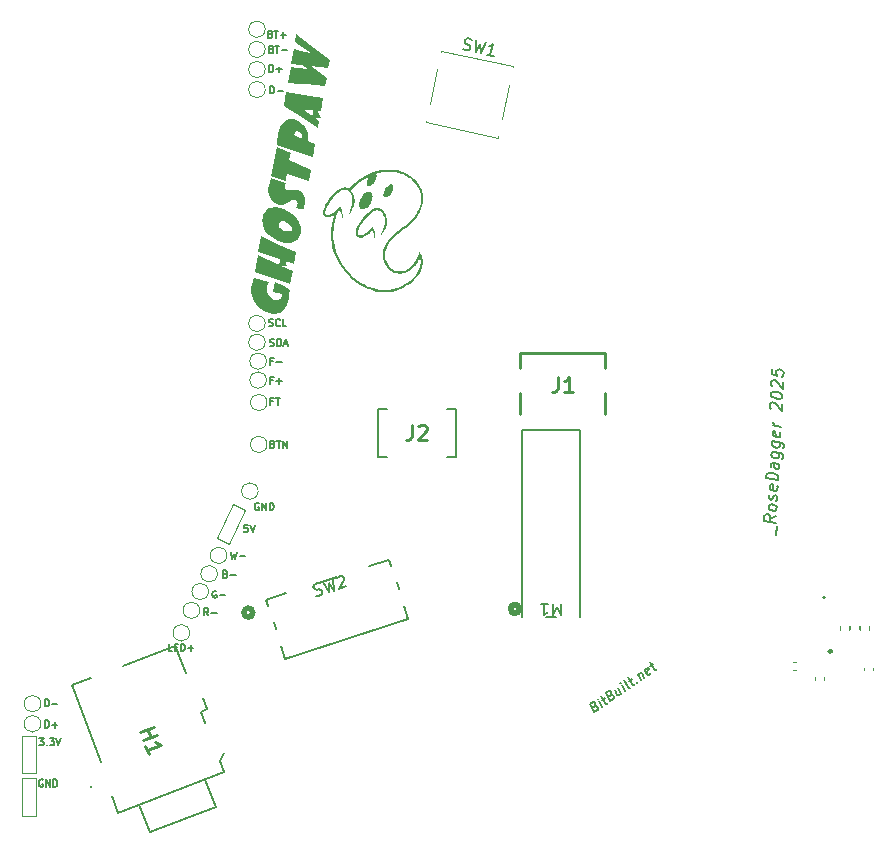
<source format=gbr>
%TF.GenerationSoftware,KiCad,Pcbnew,9.0.3*%
%TF.CreationDate,2025-07-19T19:29:57+01:00*%
%TF.ProjectId,GhostPAW,47686f73-7450-4415-972e-6b696361645f,rev?*%
%TF.SameCoordinates,Original*%
%TF.FileFunction,Legend,Top*%
%TF.FilePolarity,Positive*%
%FSLAX46Y46*%
G04 Gerber Fmt 4.6, Leading zero omitted, Abs format (unit mm)*
G04 Created by KiCad (PCBNEW 9.0.3) date 2025-07-19 19:29:57*
%MOMM*%
%LPD*%
G01*
G04 APERTURE LIST*
%ADD10C,0.150000*%
%ADD11C,0.400000*%
%ADD12C,0.200000*%
%ADD13C,0.160000*%
%ADD14C,0.254000*%
%ADD15C,0.152400*%
%ADD16C,0.508000*%
%ADD17C,0.100000*%
%ADD18C,0.120000*%
%ADD19C,0.000000*%
%ADD20C,0.250000*%
G04 APERTURE END LIST*
D10*
X138155826Y-117247342D02*
X138098684Y-117218771D01*
X138098684Y-117218771D02*
X138012969Y-117218771D01*
X138012969Y-117218771D02*
X137927255Y-117247342D01*
X137927255Y-117247342D02*
X137870112Y-117304485D01*
X137870112Y-117304485D02*
X137841541Y-117361628D01*
X137841541Y-117361628D02*
X137812969Y-117475914D01*
X137812969Y-117475914D02*
X137812969Y-117561628D01*
X137812969Y-117561628D02*
X137841541Y-117675914D01*
X137841541Y-117675914D02*
X137870112Y-117733057D01*
X137870112Y-117733057D02*
X137927255Y-117790200D01*
X137927255Y-117790200D02*
X138012969Y-117818771D01*
X138012969Y-117818771D02*
X138070112Y-117818771D01*
X138070112Y-117818771D02*
X138155826Y-117790200D01*
X138155826Y-117790200D02*
X138184398Y-117761628D01*
X138184398Y-117761628D02*
X138184398Y-117561628D01*
X138184398Y-117561628D02*
X138070112Y-117561628D01*
X138441541Y-117590200D02*
X138898684Y-117590200D01*
D11*
G36*
X143089201Y-91065327D02*
G01*
X143708211Y-91376665D01*
X144352261Y-91673633D01*
X144359130Y-91873319D01*
X144341565Y-92137530D01*
X144292016Y-92480515D01*
X144220737Y-92789036D01*
X144127934Y-93046331D01*
X144016181Y-93259554D01*
X143886824Y-93434774D01*
X143739906Y-93576777D01*
X143572348Y-93686793D01*
X143391509Y-93759499D01*
X143193859Y-93796223D01*
X142974888Y-93795471D01*
X142729411Y-93753017D01*
X142451814Y-93662145D01*
X142158602Y-93523034D01*
X141906513Y-93358060D01*
X141691101Y-93167332D01*
X141509138Y-92949675D01*
X141358743Y-92702682D01*
X141250381Y-92452594D01*
X141177551Y-92193122D01*
X141139693Y-91921970D01*
X141137486Y-91636535D01*
X141172820Y-91333989D01*
X141234330Y-91049264D01*
X141324619Y-90738931D01*
X142585823Y-91124630D01*
X142523322Y-91258550D01*
X142468372Y-91480586D01*
X142453871Y-91681562D01*
X142481194Y-91887689D01*
X142553361Y-92103074D01*
X142644973Y-92272117D01*
X142753598Y-92405954D01*
X142879605Y-92509402D01*
X143025065Y-92585236D01*
X143175751Y-92627904D01*
X143305247Y-92631463D01*
X143419843Y-92601032D01*
X143524582Y-92536226D01*
X143622284Y-92432175D01*
X143691812Y-92302382D01*
X143733053Y-92140888D01*
X143345898Y-92019982D01*
X142939284Y-91915548D01*
X143089201Y-91065327D01*
G37*
G36*
X141931054Y-87236376D02*
G01*
X143482506Y-87950778D01*
X144908550Y-88578894D01*
X144729050Y-89596887D01*
X144071446Y-89357796D01*
X144101477Y-89514502D01*
X144159882Y-89738151D01*
X143890108Y-89743781D01*
X143671461Y-89756938D01*
X144629774Y-90159912D01*
X144431793Y-91282717D01*
X142983586Y-90766576D01*
X142362710Y-90549068D01*
X141402893Y-90231724D01*
X141649415Y-88833630D01*
X143472281Y-89659690D01*
X143526755Y-89394004D01*
X143551384Y-89163604D01*
X141702281Y-88533807D01*
X141931054Y-87236376D01*
G37*
G36*
X143299669Y-84775311D02*
G01*
X143570529Y-84828141D01*
X143879463Y-84931551D01*
X144149009Y-85055160D01*
X144391843Y-85199226D01*
X144610223Y-85363678D01*
X144805945Y-85549000D01*
X144980304Y-85756226D01*
X145138052Y-85999518D01*
X145245201Y-86234997D01*
X145307317Y-86465426D01*
X145327755Y-86693964D01*
X145307491Y-86924014D01*
X145256488Y-87121909D01*
X145181205Y-87288051D01*
X145082713Y-87427323D01*
X144960162Y-87543175D01*
X144810850Y-87637387D01*
X144630419Y-87709929D01*
X144421032Y-87757290D01*
X144197204Y-87772646D01*
X143955757Y-87754191D01*
X143693252Y-87698646D01*
X143406097Y-87601374D01*
X143115244Y-87467332D01*
X142865012Y-87315412D01*
X142651098Y-87146251D01*
X142470008Y-86959690D01*
X142319164Y-86754784D01*
X142202736Y-86539506D01*
X142123468Y-86323046D01*
X142120178Y-86306781D01*
X143448310Y-86306781D01*
X143486914Y-86423507D01*
X143570723Y-86535214D01*
X143712157Y-86644884D01*
X143930259Y-86752226D01*
X144077121Y-86799038D01*
X144217234Y-86820909D01*
X144352519Y-86819613D01*
X144463598Y-86797750D01*
X144536797Y-86760783D01*
X144582604Y-86711215D01*
X144606364Y-86646929D01*
X144602397Y-86553154D01*
X144552833Y-86439829D01*
X144438527Y-86297029D01*
X144313822Y-86183058D01*
X144184971Y-86094387D01*
X144051129Y-86028762D01*
X143854042Y-85966034D01*
X143711968Y-85949733D01*
X143610070Y-85966260D01*
X143536461Y-86008411D01*
X143483758Y-86076681D01*
X143450796Y-86179040D01*
X143448310Y-86306781D01*
X142120178Y-86306781D01*
X142079026Y-86103333D01*
X142068557Y-85877978D01*
X142092720Y-85644380D01*
X142151637Y-85417004D01*
X142237873Y-85230197D01*
X142349839Y-85077375D01*
X142488415Y-84953919D01*
X142656864Y-84857526D01*
X142848179Y-84793953D01*
X143060775Y-84765646D01*
X143299669Y-84775311D01*
G37*
G36*
X144043585Y-82757039D02*
G01*
X143991110Y-82888346D01*
X143969132Y-82969353D01*
X143968752Y-83060317D01*
X144001131Y-83160259D01*
X144075490Y-83263627D01*
X144178589Y-83329009D01*
X144243044Y-83341513D01*
X144363159Y-83336975D01*
X144567580Y-83302363D01*
X144765042Y-83276876D01*
X144937640Y-83287000D01*
X145090569Y-83329105D01*
X145243794Y-83406925D01*
X145375700Y-83509203D01*
X145488616Y-83637652D01*
X145583441Y-83795654D01*
X145649683Y-83958941D01*
X145687564Y-84124327D01*
X145698055Y-84293815D01*
X145680746Y-84469606D01*
X145612802Y-84769734D01*
X145548476Y-84934926D01*
X145238274Y-84877625D01*
X144923521Y-84836634D01*
X145006653Y-84648853D01*
X145033747Y-84560689D01*
X145041834Y-84418510D01*
X145015141Y-84315363D01*
X144958968Y-84239618D01*
X144869461Y-84185374D01*
X144764675Y-84157826D01*
X144665495Y-84159537D01*
X144568107Y-84189714D01*
X144163803Y-84442450D01*
X144002103Y-84524503D01*
X143839557Y-84571141D01*
X143673365Y-84584592D01*
X143500341Y-84564623D01*
X143317156Y-84508561D01*
X143137078Y-84420858D01*
X142984677Y-84313758D01*
X142856751Y-84186971D01*
X142751256Y-84038999D01*
X142667423Y-83867221D01*
X142606572Y-83669581D01*
X142574161Y-83453884D01*
X142571869Y-83216882D01*
X142602651Y-82954963D01*
X142676107Y-82660303D01*
X142804361Y-82326853D01*
X144043585Y-82757039D01*
G37*
G36*
X143267869Y-79654920D02*
G01*
X144493134Y-80205409D01*
X144416085Y-80444050D01*
X144344536Y-80773875D01*
X144889778Y-81035191D01*
X146137500Y-81609171D01*
X145967002Y-82576111D01*
X144709632Y-82138075D01*
X144136747Y-81953357D01*
X144095289Y-82263376D01*
X144076910Y-82565933D01*
X142832687Y-82122961D01*
X143267869Y-79654920D01*
G37*
G36*
X144721258Y-77328552D02*
G01*
X144941278Y-77399073D01*
X145156255Y-77500897D01*
X145343850Y-77622702D01*
X145506853Y-77764569D01*
X145647267Y-77927457D01*
X145766238Y-78113162D01*
X145858944Y-78313271D01*
X145921618Y-78519578D01*
X145955076Y-78733947D01*
X145959039Y-78958511D01*
X145932140Y-79195592D01*
X146517461Y-79454303D01*
X146323680Y-80553295D01*
X144856000Y-80029442D01*
X143297081Y-79494523D01*
X143318552Y-79128824D01*
X143383102Y-78684879D01*
X144747852Y-78684879D01*
X145423226Y-78975094D01*
X145431461Y-78787884D01*
X145402831Y-78640937D01*
X145342709Y-78524484D01*
X145250768Y-78431847D01*
X145121086Y-78360446D01*
X145005580Y-78331169D01*
X144919406Y-78340731D01*
X144851773Y-78382720D01*
X144797231Y-78463131D01*
X144757485Y-78598596D01*
X144747852Y-78684879D01*
X143383102Y-78684879D01*
X143400551Y-78564871D01*
X143468115Y-78265650D01*
X143553202Y-78017759D01*
X143653305Y-77814011D01*
X143766892Y-77648164D01*
X143893498Y-77515096D01*
X144035407Y-77411084D01*
X144186011Y-77341406D01*
X144348020Y-77303790D01*
X144525031Y-77298546D01*
X144721258Y-77328552D01*
G37*
G36*
X145574889Y-75265679D02*
G01*
X147212303Y-75513663D01*
X147019888Y-76604898D01*
X146758970Y-76578236D01*
X146832831Y-76842928D01*
X146982012Y-77184703D01*
X146720623Y-77205017D01*
X146524823Y-77222575D01*
X146867268Y-77470453D01*
X146764110Y-78055488D01*
X145240990Y-77027450D01*
X144533188Y-76583778D01*
X144417619Y-76514969D01*
X145626921Y-76514969D01*
X145964351Y-76796560D01*
X146341129Y-77079696D01*
X146361869Y-76811223D01*
X146346590Y-76517055D01*
X145994945Y-76501738D01*
X145626921Y-76514969D01*
X144417619Y-76514969D01*
X143878161Y-76193781D01*
X144089120Y-74997373D01*
X145574889Y-75265679D01*
G37*
G36*
X144949242Y-70119379D02*
G01*
X146441207Y-71296682D01*
X147781402Y-72286141D01*
X147654801Y-73004130D01*
X146211997Y-72804411D01*
X147516876Y-73786341D01*
X147392025Y-74494408D01*
X145853491Y-74344958D01*
X145208596Y-74306636D01*
X144218520Y-74263509D01*
X144458107Y-72904743D01*
X145106948Y-73005758D01*
X145902354Y-73104716D01*
X145387020Y-72724420D01*
X144506807Y-72628552D01*
X144724732Y-71392637D01*
X145354913Y-71530912D01*
X146142730Y-71694006D01*
X145408103Y-71190224D01*
X144825695Y-70820050D01*
X144949242Y-70119379D01*
G37*
D10*
X139384398Y-113918771D02*
X139527255Y-114518771D01*
X139527255Y-114518771D02*
X139641541Y-114090200D01*
X139641541Y-114090200D02*
X139755826Y-114518771D01*
X139755826Y-114518771D02*
X139898684Y-113918771D01*
X140127255Y-114290200D02*
X140584398Y-114290200D01*
X142841541Y-71404485D02*
X142927255Y-71433057D01*
X142927255Y-71433057D02*
X142955826Y-71461628D01*
X142955826Y-71461628D02*
X142984398Y-71518771D01*
X142984398Y-71518771D02*
X142984398Y-71604485D01*
X142984398Y-71604485D02*
X142955826Y-71661628D01*
X142955826Y-71661628D02*
X142927255Y-71690200D01*
X142927255Y-71690200D02*
X142870112Y-71718771D01*
X142870112Y-71718771D02*
X142641541Y-71718771D01*
X142641541Y-71718771D02*
X142641541Y-71118771D01*
X142641541Y-71118771D02*
X142841541Y-71118771D01*
X142841541Y-71118771D02*
X142898684Y-71147342D01*
X142898684Y-71147342D02*
X142927255Y-71175914D01*
X142927255Y-71175914D02*
X142955826Y-71233057D01*
X142955826Y-71233057D02*
X142955826Y-71290200D01*
X142955826Y-71290200D02*
X142927255Y-71347342D01*
X142927255Y-71347342D02*
X142898684Y-71375914D01*
X142898684Y-71375914D02*
X142841541Y-71404485D01*
X142841541Y-71404485D02*
X142641541Y-71404485D01*
X143155826Y-71118771D02*
X143498684Y-71118771D01*
X143327255Y-71718771D02*
X143327255Y-71118771D01*
X143698684Y-71490200D02*
X144155827Y-71490200D01*
X138941541Y-115804485D02*
X139027255Y-115833057D01*
X139027255Y-115833057D02*
X139055826Y-115861628D01*
X139055826Y-115861628D02*
X139084398Y-115918771D01*
X139084398Y-115918771D02*
X139084398Y-116004485D01*
X139084398Y-116004485D02*
X139055826Y-116061628D01*
X139055826Y-116061628D02*
X139027255Y-116090200D01*
X139027255Y-116090200D02*
X138970112Y-116118771D01*
X138970112Y-116118771D02*
X138741541Y-116118771D01*
X138741541Y-116118771D02*
X138741541Y-115518771D01*
X138741541Y-115518771D02*
X138941541Y-115518771D01*
X138941541Y-115518771D02*
X138998684Y-115547342D01*
X138998684Y-115547342D02*
X139027255Y-115575914D01*
X139027255Y-115575914D02*
X139055826Y-115633057D01*
X139055826Y-115633057D02*
X139055826Y-115690200D01*
X139055826Y-115690200D02*
X139027255Y-115747342D01*
X139027255Y-115747342D02*
X138998684Y-115775914D01*
X138998684Y-115775914D02*
X138941541Y-115804485D01*
X138941541Y-115804485D02*
X138741541Y-115804485D01*
X139341541Y-115890200D02*
X139798684Y-115890200D01*
X142741541Y-70104485D02*
X142827255Y-70133057D01*
X142827255Y-70133057D02*
X142855826Y-70161628D01*
X142855826Y-70161628D02*
X142884398Y-70218771D01*
X142884398Y-70218771D02*
X142884398Y-70304485D01*
X142884398Y-70304485D02*
X142855826Y-70361628D01*
X142855826Y-70361628D02*
X142827255Y-70390200D01*
X142827255Y-70390200D02*
X142770112Y-70418771D01*
X142770112Y-70418771D02*
X142541541Y-70418771D01*
X142541541Y-70418771D02*
X142541541Y-69818771D01*
X142541541Y-69818771D02*
X142741541Y-69818771D01*
X142741541Y-69818771D02*
X142798684Y-69847342D01*
X142798684Y-69847342D02*
X142827255Y-69875914D01*
X142827255Y-69875914D02*
X142855826Y-69933057D01*
X142855826Y-69933057D02*
X142855826Y-69990200D01*
X142855826Y-69990200D02*
X142827255Y-70047342D01*
X142827255Y-70047342D02*
X142798684Y-70075914D01*
X142798684Y-70075914D02*
X142741541Y-70104485D01*
X142741541Y-70104485D02*
X142541541Y-70104485D01*
X143055826Y-69818771D02*
X143398684Y-69818771D01*
X143227255Y-70418771D02*
X143227255Y-69818771D01*
X143598684Y-70190200D02*
X144055827Y-70190200D01*
X143827255Y-70418771D02*
X143827255Y-69961628D01*
X142941541Y-97804485D02*
X142741541Y-97804485D01*
X142741541Y-98118771D02*
X142741541Y-97518771D01*
X142741541Y-97518771D02*
X143027255Y-97518771D01*
X143255827Y-97890200D02*
X143712970Y-97890200D01*
X142612969Y-94790200D02*
X142698684Y-94818771D01*
X142698684Y-94818771D02*
X142841541Y-94818771D01*
X142841541Y-94818771D02*
X142898684Y-94790200D01*
X142898684Y-94790200D02*
X142927255Y-94761628D01*
X142927255Y-94761628D02*
X142955826Y-94704485D01*
X142955826Y-94704485D02*
X142955826Y-94647342D01*
X142955826Y-94647342D02*
X142927255Y-94590200D01*
X142927255Y-94590200D02*
X142898684Y-94561628D01*
X142898684Y-94561628D02*
X142841541Y-94533057D01*
X142841541Y-94533057D02*
X142727255Y-94504485D01*
X142727255Y-94504485D02*
X142670112Y-94475914D01*
X142670112Y-94475914D02*
X142641541Y-94447342D01*
X142641541Y-94447342D02*
X142612969Y-94390200D01*
X142612969Y-94390200D02*
X142612969Y-94333057D01*
X142612969Y-94333057D02*
X142641541Y-94275914D01*
X142641541Y-94275914D02*
X142670112Y-94247342D01*
X142670112Y-94247342D02*
X142727255Y-94218771D01*
X142727255Y-94218771D02*
X142870112Y-94218771D01*
X142870112Y-94218771D02*
X142955826Y-94247342D01*
X143555827Y-94761628D02*
X143527255Y-94790200D01*
X143527255Y-94790200D02*
X143441541Y-94818771D01*
X143441541Y-94818771D02*
X143384398Y-94818771D01*
X143384398Y-94818771D02*
X143298684Y-94790200D01*
X143298684Y-94790200D02*
X143241541Y-94733057D01*
X143241541Y-94733057D02*
X143212970Y-94675914D01*
X143212970Y-94675914D02*
X143184398Y-94561628D01*
X143184398Y-94561628D02*
X143184398Y-94475914D01*
X143184398Y-94475914D02*
X143212970Y-94361628D01*
X143212970Y-94361628D02*
X143241541Y-94304485D01*
X143241541Y-94304485D02*
X143298684Y-94247342D01*
X143298684Y-94247342D02*
X143384398Y-94218771D01*
X143384398Y-94218771D02*
X143441541Y-94218771D01*
X143441541Y-94218771D02*
X143527255Y-94247342D01*
X143527255Y-94247342D02*
X143555827Y-94275914D01*
X144098684Y-94818771D02*
X143812970Y-94818771D01*
X143812970Y-94818771D02*
X143812970Y-94218771D01*
X137484398Y-119318771D02*
X137284398Y-119033057D01*
X137141541Y-119318771D02*
X137141541Y-118718771D01*
X137141541Y-118718771D02*
X137370112Y-118718771D01*
X137370112Y-118718771D02*
X137427255Y-118747342D01*
X137427255Y-118747342D02*
X137455826Y-118775914D01*
X137455826Y-118775914D02*
X137484398Y-118833057D01*
X137484398Y-118833057D02*
X137484398Y-118918771D01*
X137484398Y-118918771D02*
X137455826Y-118975914D01*
X137455826Y-118975914D02*
X137427255Y-119004485D01*
X137427255Y-119004485D02*
X137370112Y-119033057D01*
X137370112Y-119033057D02*
X137141541Y-119033057D01*
X137741541Y-119090200D02*
X138198684Y-119090200D01*
X123455826Y-133247342D02*
X123398684Y-133218771D01*
X123398684Y-133218771D02*
X123312969Y-133218771D01*
X123312969Y-133218771D02*
X123227255Y-133247342D01*
X123227255Y-133247342D02*
X123170112Y-133304485D01*
X123170112Y-133304485D02*
X123141541Y-133361628D01*
X123141541Y-133361628D02*
X123112969Y-133475914D01*
X123112969Y-133475914D02*
X123112969Y-133561628D01*
X123112969Y-133561628D02*
X123141541Y-133675914D01*
X123141541Y-133675914D02*
X123170112Y-133733057D01*
X123170112Y-133733057D02*
X123227255Y-133790200D01*
X123227255Y-133790200D02*
X123312969Y-133818771D01*
X123312969Y-133818771D02*
X123370112Y-133818771D01*
X123370112Y-133818771D02*
X123455826Y-133790200D01*
X123455826Y-133790200D02*
X123484398Y-133761628D01*
X123484398Y-133761628D02*
X123484398Y-133561628D01*
X123484398Y-133561628D02*
X123370112Y-133561628D01*
X123741541Y-133818771D02*
X123741541Y-133218771D01*
X123741541Y-133218771D02*
X124084398Y-133818771D01*
X124084398Y-133818771D02*
X124084398Y-133218771D01*
X124370112Y-133818771D02*
X124370112Y-133218771D01*
X124370112Y-133218771D02*
X124512969Y-133218771D01*
X124512969Y-133218771D02*
X124598683Y-133247342D01*
X124598683Y-133247342D02*
X124655826Y-133304485D01*
X124655826Y-133304485D02*
X124684397Y-133361628D01*
X124684397Y-133361628D02*
X124712969Y-133475914D01*
X124712969Y-133475914D02*
X124712969Y-133561628D01*
X124712969Y-133561628D02*
X124684397Y-133675914D01*
X124684397Y-133675914D02*
X124655826Y-133733057D01*
X124655826Y-133733057D02*
X124598683Y-133790200D01*
X124598683Y-133790200D02*
X124512969Y-133818771D01*
X124512969Y-133818771D02*
X124370112Y-133818771D01*
X141755826Y-109847342D02*
X141698684Y-109818771D01*
X141698684Y-109818771D02*
X141612969Y-109818771D01*
X141612969Y-109818771D02*
X141527255Y-109847342D01*
X141527255Y-109847342D02*
X141470112Y-109904485D01*
X141470112Y-109904485D02*
X141441541Y-109961628D01*
X141441541Y-109961628D02*
X141412969Y-110075914D01*
X141412969Y-110075914D02*
X141412969Y-110161628D01*
X141412969Y-110161628D02*
X141441541Y-110275914D01*
X141441541Y-110275914D02*
X141470112Y-110333057D01*
X141470112Y-110333057D02*
X141527255Y-110390200D01*
X141527255Y-110390200D02*
X141612969Y-110418771D01*
X141612969Y-110418771D02*
X141670112Y-110418771D01*
X141670112Y-110418771D02*
X141755826Y-110390200D01*
X141755826Y-110390200D02*
X141784398Y-110361628D01*
X141784398Y-110361628D02*
X141784398Y-110161628D01*
X141784398Y-110161628D02*
X141670112Y-110161628D01*
X142041541Y-110418771D02*
X142041541Y-109818771D01*
X142041541Y-109818771D02*
X142384398Y-110418771D01*
X142384398Y-110418771D02*
X142384398Y-109818771D01*
X142670112Y-110418771D02*
X142670112Y-109818771D01*
X142670112Y-109818771D02*
X142812969Y-109818771D01*
X142812969Y-109818771D02*
X142898683Y-109847342D01*
X142898683Y-109847342D02*
X142955826Y-109904485D01*
X142955826Y-109904485D02*
X142984397Y-109961628D01*
X142984397Y-109961628D02*
X143012969Y-110075914D01*
X143012969Y-110075914D02*
X143012969Y-110161628D01*
X143012969Y-110161628D02*
X142984397Y-110275914D01*
X142984397Y-110275914D02*
X142955826Y-110333057D01*
X142955826Y-110333057D02*
X142898683Y-110390200D01*
X142898683Y-110390200D02*
X142812969Y-110418771D01*
X142812969Y-110418771D02*
X142670112Y-110418771D01*
X142641541Y-73318771D02*
X142641541Y-72718771D01*
X142641541Y-72718771D02*
X142784398Y-72718771D01*
X142784398Y-72718771D02*
X142870112Y-72747342D01*
X142870112Y-72747342D02*
X142927255Y-72804485D01*
X142927255Y-72804485D02*
X142955826Y-72861628D01*
X142955826Y-72861628D02*
X142984398Y-72975914D01*
X142984398Y-72975914D02*
X142984398Y-73061628D01*
X142984398Y-73061628D02*
X142955826Y-73175914D01*
X142955826Y-73175914D02*
X142927255Y-73233057D01*
X142927255Y-73233057D02*
X142870112Y-73290200D01*
X142870112Y-73290200D02*
X142784398Y-73318771D01*
X142784398Y-73318771D02*
X142641541Y-73318771D01*
X143241541Y-73090200D02*
X143698684Y-73090200D01*
X143470112Y-73318771D02*
X143470112Y-72861628D01*
X123641541Y-128818771D02*
X123641541Y-128218771D01*
X123641541Y-128218771D02*
X123784398Y-128218771D01*
X123784398Y-128218771D02*
X123870112Y-128247342D01*
X123870112Y-128247342D02*
X123927255Y-128304485D01*
X123927255Y-128304485D02*
X123955826Y-128361628D01*
X123955826Y-128361628D02*
X123984398Y-128475914D01*
X123984398Y-128475914D02*
X123984398Y-128561628D01*
X123984398Y-128561628D02*
X123955826Y-128675914D01*
X123955826Y-128675914D02*
X123927255Y-128733057D01*
X123927255Y-128733057D02*
X123870112Y-128790200D01*
X123870112Y-128790200D02*
X123784398Y-128818771D01*
X123784398Y-128818771D02*
X123641541Y-128818771D01*
X124241541Y-128590200D02*
X124698684Y-128590200D01*
X124470112Y-128818771D02*
X124470112Y-128361628D01*
D12*
X185568460Y-112484470D02*
X185608335Y-111723609D01*
X185556217Y-110898322D02*
X185066350Y-111146834D01*
X185526311Y-111468967D02*
X184534224Y-111291802D01*
X184534224Y-111291802D02*
X184554161Y-110911372D01*
X184554161Y-110911372D02*
X184606388Y-110824701D01*
X184606388Y-110824701D02*
X184656122Y-110785584D01*
X184656122Y-110785584D02*
X184753099Y-110754903D01*
X184753099Y-110754903D02*
X184894826Y-110780212D01*
X184894826Y-110780212D02*
X184986818Y-110844638D01*
X184986818Y-110844638D02*
X185031568Y-110900629D01*
X185031568Y-110900629D02*
X185073826Y-111004173D01*
X185073826Y-111004173D02*
X185053889Y-111384603D01*
X185586124Y-110327676D02*
X185533897Y-110414347D01*
X185533897Y-110414347D02*
X185484163Y-110453465D01*
X185484163Y-110453465D02*
X185387186Y-110484146D01*
X185387186Y-110484146D02*
X185103732Y-110433527D01*
X185103732Y-110433527D02*
X185011740Y-110369101D01*
X185011740Y-110369101D02*
X184966990Y-110313110D01*
X184966990Y-110313110D02*
X184924732Y-110209566D01*
X184924732Y-110209566D02*
X184932209Y-110066905D01*
X184932209Y-110066905D02*
X184984435Y-109980234D01*
X184984435Y-109980234D02*
X185034170Y-109941116D01*
X185034170Y-109941116D02*
X185131146Y-109910436D01*
X185131146Y-109910436D02*
X185414600Y-109961054D01*
X185414600Y-109961054D02*
X185506592Y-110025481D01*
X185506592Y-110025481D02*
X185551342Y-110081471D01*
X185551342Y-110081471D02*
X185593600Y-110185015D01*
X185593600Y-110185015D02*
X185586124Y-110327676D01*
X185576264Y-109605933D02*
X185628491Y-109519262D01*
X185628491Y-109519262D02*
X185638460Y-109329047D01*
X185638460Y-109329047D02*
X185596202Y-109225503D01*
X185596202Y-109225503D02*
X185504209Y-109161076D01*
X185504209Y-109161076D02*
X185456967Y-109152640D01*
X185456967Y-109152640D02*
X185359991Y-109183320D01*
X185359991Y-109183320D02*
X185307764Y-109269992D01*
X185307764Y-109269992D02*
X185300287Y-109412653D01*
X185300287Y-109412653D02*
X185248061Y-109499324D01*
X185248061Y-109499324D02*
X185151084Y-109530005D01*
X185151084Y-109530005D02*
X185103842Y-109521569D01*
X185103842Y-109521569D02*
X185011849Y-109457142D01*
X185011849Y-109457142D02*
X184969591Y-109353598D01*
X184969591Y-109353598D02*
X184977068Y-109210937D01*
X184977068Y-109210937D02*
X185029295Y-109124266D01*
X185641061Y-108369534D02*
X185683319Y-108473078D01*
X185683319Y-108473078D02*
X185673350Y-108663293D01*
X185673350Y-108663293D02*
X185621124Y-108749964D01*
X185621124Y-108749964D02*
X185524147Y-108780645D01*
X185524147Y-108780645D02*
X185146209Y-108713154D01*
X185146209Y-108713154D02*
X185054217Y-108648728D01*
X185054217Y-108648728D02*
X185011959Y-108545184D01*
X185011959Y-108545184D02*
X185021927Y-108354968D01*
X185021927Y-108354968D02*
X185074154Y-108268297D01*
X185074154Y-108268297D02*
X185171131Y-108237616D01*
X185171131Y-108237616D02*
X185265615Y-108254489D01*
X185265615Y-108254489D02*
X185335178Y-108746900D01*
X185713225Y-107902433D02*
X184721138Y-107725268D01*
X184721138Y-107725268D02*
X184733599Y-107487499D01*
X184733599Y-107487499D02*
X184788318Y-107353274D01*
X184788318Y-107353274D02*
X184887787Y-107275039D01*
X184887787Y-107275039D02*
X184984763Y-107244358D01*
X184984763Y-107244358D02*
X185176224Y-107230550D01*
X185176224Y-107230550D02*
X185317951Y-107255859D01*
X185317951Y-107255859D02*
X185504428Y-107337159D01*
X185504428Y-107337159D02*
X185596420Y-107401585D01*
X185596420Y-107401585D02*
X185685921Y-107513566D01*
X185685921Y-107513566D02*
X185725686Y-107664664D01*
X185725686Y-107664664D02*
X185713225Y-107902433D01*
X185787991Y-106475819D02*
X185268326Y-106383018D01*
X185268326Y-106383018D02*
X185171349Y-106413699D01*
X185171349Y-106413699D02*
X185119123Y-106500371D01*
X185119123Y-106500371D02*
X185109154Y-106690586D01*
X185109154Y-106690586D02*
X185151412Y-106794130D01*
X185740749Y-106467383D02*
X185783007Y-106570927D01*
X185783007Y-106570927D02*
X185770546Y-106808695D01*
X185770546Y-106808695D02*
X185718319Y-106895367D01*
X185718319Y-106895367D02*
X185621342Y-106926048D01*
X185621342Y-106926048D02*
X185526858Y-106909175D01*
X185526858Y-106909175D02*
X185434865Y-106844748D01*
X185434865Y-106844748D02*
X185392608Y-106741204D01*
X185392608Y-106741204D02*
X185405069Y-106503435D01*
X185405069Y-106503435D02*
X185362811Y-106399891D01*
X185173951Y-105454187D02*
X185977069Y-105597606D01*
X185977069Y-105597606D02*
X186069062Y-105662033D01*
X186069062Y-105662033D02*
X186113812Y-105718023D01*
X186113812Y-105718023D02*
X186156070Y-105821567D01*
X186156070Y-105821567D02*
X186148593Y-105964228D01*
X186148593Y-105964228D02*
X186096367Y-106050899D01*
X185788100Y-105563860D02*
X185830358Y-105667404D01*
X185830358Y-105667404D02*
X185820389Y-105857620D01*
X185820389Y-105857620D02*
X185768163Y-105944291D01*
X185768163Y-105944291D02*
X185718428Y-105983408D01*
X185718428Y-105983408D02*
X185621452Y-106014089D01*
X185621452Y-106014089D02*
X185337998Y-105963471D01*
X185337998Y-105963471D02*
X185246006Y-105899044D01*
X185246006Y-105899044D02*
X185201256Y-105843054D01*
X185201256Y-105843054D02*
X185158998Y-105739510D01*
X185158998Y-105739510D02*
X185168967Y-105549295D01*
X185168967Y-105549295D02*
X185221193Y-105462624D01*
X185221303Y-104550665D02*
X186024421Y-104694084D01*
X186024421Y-104694084D02*
X186116413Y-104758511D01*
X186116413Y-104758511D02*
X186161163Y-104814501D01*
X186161163Y-104814501D02*
X186203421Y-104918045D01*
X186203421Y-104918045D02*
X186195945Y-105060706D01*
X186195945Y-105060706D02*
X186143718Y-105147377D01*
X185835452Y-104660338D02*
X185877710Y-104763882D01*
X185877710Y-104763882D02*
X185867741Y-104954098D01*
X185867741Y-104954098D02*
X185815514Y-105040769D01*
X185815514Y-105040769D02*
X185765780Y-105079886D01*
X185765780Y-105079886D02*
X185668803Y-105110567D01*
X185668803Y-105110567D02*
X185385350Y-105059949D01*
X185385350Y-105059949D02*
X185293357Y-104995522D01*
X185293357Y-104995522D02*
X185248607Y-104939532D01*
X185248607Y-104939532D02*
X185206349Y-104835988D01*
X185206349Y-104835988D02*
X185216318Y-104645773D01*
X185216318Y-104645773D02*
X185268545Y-104559101D01*
X185880311Y-103804370D02*
X185922569Y-103907914D01*
X185922569Y-103907914D02*
X185912600Y-104098129D01*
X185912600Y-104098129D02*
X185860374Y-104184800D01*
X185860374Y-104184800D02*
X185763397Y-104215481D01*
X185763397Y-104215481D02*
X185385459Y-104147990D01*
X185385459Y-104147990D02*
X185293467Y-104083564D01*
X185293467Y-104083564D02*
X185251209Y-103980020D01*
X185251209Y-103980020D02*
X185261178Y-103789804D01*
X185261178Y-103789804D02*
X185313404Y-103703133D01*
X185313404Y-103703133D02*
X185410381Y-103672452D01*
X185410381Y-103672452D02*
X185504865Y-103689325D01*
X185504865Y-103689325D02*
X185574428Y-104181736D01*
X185952475Y-103337269D02*
X185291084Y-103219159D01*
X185480053Y-103252904D02*
X185388061Y-103188478D01*
X185388061Y-103188478D02*
X185343310Y-103132488D01*
X185343310Y-103132488D02*
X185301053Y-103028944D01*
X185301053Y-103028944D02*
X185306037Y-102933836D01*
X185124654Y-101845470D02*
X185079904Y-101789480D01*
X185079904Y-101789480D02*
X185037646Y-101685936D01*
X185037646Y-101685936D02*
X185050107Y-101448167D01*
X185050107Y-101448167D02*
X185102333Y-101361496D01*
X185102333Y-101361496D02*
X185152068Y-101322378D01*
X185152068Y-101322378D02*
X185249045Y-101291697D01*
X185249045Y-101291697D02*
X185343529Y-101308570D01*
X185343529Y-101308570D02*
X185482764Y-101381433D01*
X185482764Y-101381433D02*
X186019765Y-102053316D01*
X186019765Y-102053316D02*
X186052163Y-101435116D01*
X185092474Y-100639753D02*
X185097458Y-100544645D01*
X185097458Y-100544645D02*
X185149685Y-100457974D01*
X185149685Y-100457974D02*
X185199419Y-100418856D01*
X185199419Y-100418856D02*
X185296396Y-100388175D01*
X185296396Y-100388175D02*
X185487857Y-100374367D01*
X185487857Y-100374367D02*
X185724069Y-100416549D01*
X185724069Y-100416549D02*
X185910546Y-100497849D01*
X185910546Y-100497849D02*
X186002538Y-100562275D01*
X186002538Y-100562275D02*
X186047288Y-100618266D01*
X186047288Y-100618266D02*
X186089546Y-100721810D01*
X186089546Y-100721810D02*
X186084562Y-100816917D01*
X186084562Y-100816917D02*
X186032335Y-100903588D01*
X186032335Y-100903588D02*
X185982600Y-100942706D01*
X185982600Y-100942706D02*
X185885624Y-100973387D01*
X185885624Y-100973387D02*
X185694162Y-100987195D01*
X185694162Y-100987195D02*
X185457951Y-100945013D01*
X185457951Y-100945013D02*
X185271474Y-100863713D01*
X185271474Y-100863713D02*
X185179482Y-100799287D01*
X185179482Y-100799287D02*
X185134732Y-100743297D01*
X185134732Y-100743297D02*
X185092474Y-100639753D01*
X185224341Y-99943318D02*
X185179591Y-99887328D01*
X185179591Y-99887328D02*
X185137333Y-99783784D01*
X185137333Y-99783784D02*
X185149794Y-99546015D01*
X185149794Y-99546015D02*
X185202021Y-99459344D01*
X185202021Y-99459344D02*
X185251755Y-99420227D01*
X185251755Y-99420227D02*
X185348732Y-99389546D01*
X185348732Y-99389546D02*
X185443217Y-99406419D01*
X185443217Y-99406419D02*
X185582451Y-99479282D01*
X185582451Y-99479282D02*
X186119452Y-100151164D01*
X186119452Y-100151164D02*
X186151851Y-99532965D01*
X185207115Y-98452278D02*
X185182193Y-98927816D01*
X185182193Y-98927816D02*
X185652123Y-99059734D01*
X185652123Y-99059734D02*
X185607373Y-99003744D01*
X185607373Y-99003744D02*
X185565115Y-98900200D01*
X185565115Y-98900200D02*
X185577576Y-98662431D01*
X185577576Y-98662431D02*
X185629803Y-98575760D01*
X185629803Y-98575760D02*
X185679537Y-98536642D01*
X185679537Y-98536642D02*
X185776514Y-98505961D01*
X185776514Y-98505961D02*
X186012725Y-98548143D01*
X186012725Y-98548143D02*
X186104718Y-98612570D01*
X186104718Y-98612570D02*
X186149468Y-98668560D01*
X186149468Y-98668560D02*
X186191726Y-98772104D01*
X186191726Y-98772104D02*
X186179265Y-99009873D01*
X186179265Y-99009873D02*
X186127038Y-99096544D01*
X186127038Y-99096544D02*
X186077304Y-99135662D01*
D10*
X123184398Y-129718771D02*
X123555826Y-129718771D01*
X123555826Y-129718771D02*
X123355826Y-129947342D01*
X123355826Y-129947342D02*
X123441541Y-129947342D01*
X123441541Y-129947342D02*
X123498684Y-129975914D01*
X123498684Y-129975914D02*
X123527255Y-130004485D01*
X123527255Y-130004485D02*
X123555826Y-130061628D01*
X123555826Y-130061628D02*
X123555826Y-130204485D01*
X123555826Y-130204485D02*
X123527255Y-130261628D01*
X123527255Y-130261628D02*
X123498684Y-130290200D01*
X123498684Y-130290200D02*
X123441541Y-130318771D01*
X123441541Y-130318771D02*
X123270112Y-130318771D01*
X123270112Y-130318771D02*
X123212969Y-130290200D01*
X123212969Y-130290200D02*
X123184398Y-130261628D01*
X123812970Y-130261628D02*
X123841541Y-130290200D01*
X123841541Y-130290200D02*
X123812970Y-130318771D01*
X123812970Y-130318771D02*
X123784398Y-130290200D01*
X123784398Y-130290200D02*
X123812970Y-130261628D01*
X123812970Y-130261628D02*
X123812970Y-130318771D01*
X124041541Y-129718771D02*
X124412969Y-129718771D01*
X124412969Y-129718771D02*
X124212969Y-129947342D01*
X124212969Y-129947342D02*
X124298684Y-129947342D01*
X124298684Y-129947342D02*
X124355827Y-129975914D01*
X124355827Y-129975914D02*
X124384398Y-130004485D01*
X124384398Y-130004485D02*
X124412969Y-130061628D01*
X124412969Y-130061628D02*
X124412969Y-130204485D01*
X124412969Y-130204485D02*
X124384398Y-130261628D01*
X124384398Y-130261628D02*
X124355827Y-130290200D01*
X124355827Y-130290200D02*
X124298684Y-130318771D01*
X124298684Y-130318771D02*
X124127255Y-130318771D01*
X124127255Y-130318771D02*
X124070112Y-130290200D01*
X124070112Y-130290200D02*
X124041541Y-130261628D01*
X124584398Y-129718771D02*
X124784398Y-130318771D01*
X124784398Y-130318771D02*
X124984398Y-129718771D01*
X142941541Y-101204485D02*
X142741541Y-101204485D01*
X142741541Y-101518771D02*
X142741541Y-100918771D01*
X142741541Y-100918771D02*
X143027255Y-100918771D01*
X143170112Y-100918771D02*
X143512970Y-100918771D01*
X143341541Y-101518771D02*
X143341541Y-100918771D01*
X123641541Y-127018771D02*
X123641541Y-126418771D01*
X123641541Y-126418771D02*
X123784398Y-126418771D01*
X123784398Y-126418771D02*
X123870112Y-126447342D01*
X123870112Y-126447342D02*
X123927255Y-126504485D01*
X123927255Y-126504485D02*
X123955826Y-126561628D01*
X123955826Y-126561628D02*
X123984398Y-126675914D01*
X123984398Y-126675914D02*
X123984398Y-126761628D01*
X123984398Y-126761628D02*
X123955826Y-126875914D01*
X123955826Y-126875914D02*
X123927255Y-126933057D01*
X123927255Y-126933057D02*
X123870112Y-126990200D01*
X123870112Y-126990200D02*
X123784398Y-127018771D01*
X123784398Y-127018771D02*
X123641541Y-127018771D01*
X124241541Y-126790200D02*
X124698684Y-126790200D01*
X142712969Y-96490200D02*
X142798684Y-96518771D01*
X142798684Y-96518771D02*
X142941541Y-96518771D01*
X142941541Y-96518771D02*
X142998684Y-96490200D01*
X142998684Y-96490200D02*
X143027255Y-96461628D01*
X143027255Y-96461628D02*
X143055826Y-96404485D01*
X143055826Y-96404485D02*
X143055826Y-96347342D01*
X143055826Y-96347342D02*
X143027255Y-96290200D01*
X143027255Y-96290200D02*
X142998684Y-96261628D01*
X142998684Y-96261628D02*
X142941541Y-96233057D01*
X142941541Y-96233057D02*
X142827255Y-96204485D01*
X142827255Y-96204485D02*
X142770112Y-96175914D01*
X142770112Y-96175914D02*
X142741541Y-96147342D01*
X142741541Y-96147342D02*
X142712969Y-96090200D01*
X142712969Y-96090200D02*
X142712969Y-96033057D01*
X142712969Y-96033057D02*
X142741541Y-95975914D01*
X142741541Y-95975914D02*
X142770112Y-95947342D01*
X142770112Y-95947342D02*
X142827255Y-95918771D01*
X142827255Y-95918771D02*
X142970112Y-95918771D01*
X142970112Y-95918771D02*
X143055826Y-95947342D01*
X143312970Y-96518771D02*
X143312970Y-95918771D01*
X143312970Y-95918771D02*
X143455827Y-95918771D01*
X143455827Y-95918771D02*
X143541541Y-95947342D01*
X143541541Y-95947342D02*
X143598684Y-96004485D01*
X143598684Y-96004485D02*
X143627255Y-96061628D01*
X143627255Y-96061628D02*
X143655827Y-96175914D01*
X143655827Y-96175914D02*
X143655827Y-96261628D01*
X143655827Y-96261628D02*
X143627255Y-96375914D01*
X143627255Y-96375914D02*
X143598684Y-96433057D01*
X143598684Y-96433057D02*
X143541541Y-96490200D01*
X143541541Y-96490200D02*
X143455827Y-96518771D01*
X143455827Y-96518771D02*
X143312970Y-96518771D01*
X143884398Y-96347342D02*
X144170113Y-96347342D01*
X143827255Y-96518771D02*
X144027255Y-95918771D01*
X144027255Y-95918771D02*
X144227255Y-96518771D01*
X142741541Y-75118771D02*
X142741541Y-74518771D01*
X142741541Y-74518771D02*
X142884398Y-74518771D01*
X142884398Y-74518771D02*
X142970112Y-74547342D01*
X142970112Y-74547342D02*
X143027255Y-74604485D01*
X143027255Y-74604485D02*
X143055826Y-74661628D01*
X143055826Y-74661628D02*
X143084398Y-74775914D01*
X143084398Y-74775914D02*
X143084398Y-74861628D01*
X143084398Y-74861628D02*
X143055826Y-74975914D01*
X143055826Y-74975914D02*
X143027255Y-75033057D01*
X143027255Y-75033057D02*
X142970112Y-75090200D01*
X142970112Y-75090200D02*
X142884398Y-75118771D01*
X142884398Y-75118771D02*
X142741541Y-75118771D01*
X143341541Y-74890200D02*
X143798684Y-74890200D01*
X134427255Y-122318771D02*
X134141541Y-122318771D01*
X134141541Y-122318771D02*
X134141541Y-121718771D01*
X134627255Y-122004485D02*
X134827255Y-122004485D01*
X134912969Y-122318771D02*
X134627255Y-122318771D01*
X134627255Y-122318771D02*
X134627255Y-121718771D01*
X134627255Y-121718771D02*
X134912969Y-121718771D01*
X135170112Y-122318771D02*
X135170112Y-121718771D01*
X135170112Y-121718771D02*
X135312969Y-121718771D01*
X135312969Y-121718771D02*
X135398683Y-121747342D01*
X135398683Y-121747342D02*
X135455826Y-121804485D01*
X135455826Y-121804485D02*
X135484397Y-121861628D01*
X135484397Y-121861628D02*
X135512969Y-121975914D01*
X135512969Y-121975914D02*
X135512969Y-122061628D01*
X135512969Y-122061628D02*
X135484397Y-122175914D01*
X135484397Y-122175914D02*
X135455826Y-122233057D01*
X135455826Y-122233057D02*
X135398683Y-122290200D01*
X135398683Y-122290200D02*
X135312969Y-122318771D01*
X135312969Y-122318771D02*
X135170112Y-122318771D01*
X135770112Y-122090200D02*
X136227255Y-122090200D01*
X135998683Y-122318771D02*
X135998683Y-121861628D01*
X142941541Y-104804485D02*
X143027255Y-104833057D01*
X143027255Y-104833057D02*
X143055826Y-104861628D01*
X143055826Y-104861628D02*
X143084398Y-104918771D01*
X143084398Y-104918771D02*
X143084398Y-105004485D01*
X143084398Y-105004485D02*
X143055826Y-105061628D01*
X143055826Y-105061628D02*
X143027255Y-105090200D01*
X143027255Y-105090200D02*
X142970112Y-105118771D01*
X142970112Y-105118771D02*
X142741541Y-105118771D01*
X142741541Y-105118771D02*
X142741541Y-104518771D01*
X142741541Y-104518771D02*
X142941541Y-104518771D01*
X142941541Y-104518771D02*
X142998684Y-104547342D01*
X142998684Y-104547342D02*
X143027255Y-104575914D01*
X143027255Y-104575914D02*
X143055826Y-104633057D01*
X143055826Y-104633057D02*
X143055826Y-104690200D01*
X143055826Y-104690200D02*
X143027255Y-104747342D01*
X143027255Y-104747342D02*
X142998684Y-104775914D01*
X142998684Y-104775914D02*
X142941541Y-104804485D01*
X142941541Y-104804485D02*
X142741541Y-104804485D01*
X143255826Y-104518771D02*
X143598684Y-104518771D01*
X143427255Y-105118771D02*
X143427255Y-104518771D01*
X143798684Y-105118771D02*
X143798684Y-104518771D01*
X143798684Y-104518771D02*
X144141541Y-105118771D01*
X144141541Y-105118771D02*
X144141541Y-104518771D01*
D13*
X170198419Y-127019826D02*
X170309986Y-126988211D01*
X170309986Y-126988211D02*
X170359142Y-127000298D01*
X170359142Y-127000298D02*
X170426247Y-127046321D01*
X170426247Y-127046321D02*
X170480096Y-127148133D01*
X170480096Y-127148133D02*
X170484790Y-127237857D01*
X170484790Y-127237857D02*
X170471534Y-127293645D01*
X170471534Y-127293645D02*
X170427072Y-127371283D01*
X170427072Y-127371283D02*
X170177426Y-127546088D01*
X170177426Y-127546088D02*
X169800480Y-126833408D01*
X169800480Y-126833408D02*
X170018921Y-126680455D01*
X170018921Y-126680455D02*
X170099282Y-126670691D01*
X170099282Y-126670691D02*
X170148438Y-126682777D01*
X170148438Y-126682777D02*
X170215543Y-126728801D01*
X170215543Y-126728801D02*
X170251443Y-126796675D01*
X170251443Y-126796675D02*
X170256137Y-126886400D01*
X170256137Y-126886400D02*
X170242881Y-126942187D01*
X170242881Y-126942187D02*
X170198419Y-127019826D01*
X170198419Y-127019826D02*
X169979978Y-127172779D01*
X170832748Y-127087226D02*
X170581450Y-126612107D01*
X170455802Y-126374547D02*
X170442546Y-126430335D01*
X170442546Y-126430335D02*
X170491701Y-126442421D01*
X170491701Y-126442421D02*
X170504957Y-126386634D01*
X170504957Y-126386634D02*
X170455802Y-126374547D01*
X170455802Y-126374547D02*
X170491701Y-126442421D01*
X170799891Y-126459153D02*
X171049537Y-126284349D01*
X170767859Y-126156042D02*
X171090956Y-126766910D01*
X171090956Y-126766910D02*
X171158061Y-126812934D01*
X171158061Y-126812934D02*
X171238423Y-126803170D01*
X171238423Y-126803170D02*
X171300834Y-126759469D01*
X171540268Y-126080253D02*
X171651835Y-126048638D01*
X171651835Y-126048638D02*
X171700990Y-126060725D01*
X171700990Y-126060725D02*
X171768096Y-126106749D01*
X171768096Y-126106749D02*
X171821945Y-126208560D01*
X171821945Y-126208560D02*
X171826639Y-126298285D01*
X171826639Y-126298285D02*
X171813383Y-126354072D01*
X171813383Y-126354072D02*
X171768921Y-126431711D01*
X171768921Y-126431711D02*
X171519275Y-126606515D01*
X171519275Y-126606515D02*
X171142329Y-125893836D01*
X171142329Y-125893836D02*
X171360770Y-125740882D01*
X171360770Y-125740882D02*
X171441131Y-125731118D01*
X171441131Y-125731118D02*
X171490287Y-125743204D01*
X171490287Y-125743204D02*
X171557392Y-125789228D01*
X171557392Y-125789228D02*
X171593292Y-125857102D01*
X171593292Y-125857102D02*
X171597985Y-125946827D01*
X171597985Y-125946827D02*
X171584729Y-126002615D01*
X171584729Y-126002615D02*
X171540268Y-126080253D01*
X171540268Y-126080253D02*
X171321827Y-126233207D01*
X172204151Y-125475879D02*
X172455449Y-125950999D01*
X171923299Y-125672534D02*
X172120747Y-126045842D01*
X172120747Y-126045842D02*
X172187853Y-126091866D01*
X172187853Y-126091866D02*
X172268214Y-126082102D01*
X172268214Y-126082102D02*
X172361831Y-126016551D01*
X172361831Y-126016551D02*
X172406293Y-125938912D01*
X172406293Y-125938912D02*
X172419549Y-125883125D01*
X172767507Y-125732493D02*
X172516210Y-125257374D01*
X172390561Y-125019814D02*
X172377305Y-125075602D01*
X172377305Y-125075602D02*
X172426461Y-125087688D01*
X172426461Y-125087688D02*
X172439717Y-125031901D01*
X172439717Y-125031901D02*
X172390561Y-125019814D01*
X172390561Y-125019814D02*
X172426461Y-125087688D01*
X173173182Y-125448437D02*
X173092821Y-125458201D01*
X173092821Y-125458201D02*
X173025715Y-125412177D01*
X173025715Y-125412177D02*
X172702619Y-124801309D01*
X173077914Y-124864064D02*
X173327560Y-124689260D01*
X173045883Y-124560953D02*
X173368979Y-125171821D01*
X173368979Y-125171821D02*
X173436085Y-125217845D01*
X173436085Y-125217845D02*
X173516446Y-125208081D01*
X173516446Y-125208081D02*
X173578858Y-125164380D01*
X173761399Y-124943552D02*
X173810554Y-124955638D01*
X173810554Y-124955638D02*
X173797298Y-125011426D01*
X173797298Y-125011426D02*
X173748143Y-124999339D01*
X173748143Y-124999339D02*
X173761399Y-124943552D01*
X173761399Y-124943552D02*
X173797298Y-125011426D01*
X173858059Y-124317801D02*
X174109356Y-124792921D01*
X173893958Y-124385675D02*
X173907214Y-124329888D01*
X173907214Y-124329888D02*
X173951676Y-124252250D01*
X173951676Y-124252250D02*
X174045293Y-124186698D01*
X174045293Y-124186698D02*
X174125655Y-124176934D01*
X174125655Y-124176934D02*
X174192760Y-124222958D01*
X174192760Y-124222958D02*
X174390208Y-124596266D01*
X174933963Y-124169019D02*
X174889501Y-124246657D01*
X174889501Y-124246657D02*
X174764678Y-124334059D01*
X174764678Y-124334059D02*
X174684317Y-124343823D01*
X174684317Y-124343823D02*
X174617211Y-124297800D01*
X174617211Y-124297800D02*
X174473613Y-124026303D01*
X174473613Y-124026303D02*
X174468919Y-123936578D01*
X174468919Y-123936578D02*
X174513381Y-123858940D01*
X174513381Y-123858940D02*
X174638204Y-123771538D01*
X174638204Y-123771538D02*
X174718565Y-123761774D01*
X174718565Y-123761774D02*
X174785671Y-123807797D01*
X174785671Y-123807797D02*
X174821570Y-123875672D01*
X174821570Y-123875672D02*
X174545412Y-124162051D01*
X174919056Y-123574883D02*
X175168702Y-123400079D01*
X174887024Y-123271772D02*
X175210121Y-123882640D01*
X175210121Y-123882640D02*
X175277226Y-123928663D01*
X175277226Y-123928663D02*
X175357588Y-123918899D01*
X175357588Y-123918899D02*
X175419999Y-123875198D01*
D10*
X142941541Y-99404485D02*
X142741541Y-99404485D01*
X142741541Y-99718771D02*
X142741541Y-99118771D01*
X142741541Y-99118771D02*
X143027255Y-99118771D01*
X143255827Y-99490200D02*
X143712970Y-99490200D01*
X143484398Y-99718771D02*
X143484398Y-99261628D01*
X140827255Y-111668771D02*
X140541541Y-111668771D01*
X140541541Y-111668771D02*
X140512969Y-111954485D01*
X140512969Y-111954485D02*
X140541541Y-111925914D01*
X140541541Y-111925914D02*
X140598684Y-111897342D01*
X140598684Y-111897342D02*
X140741541Y-111897342D01*
X140741541Y-111897342D02*
X140798684Y-111925914D01*
X140798684Y-111925914D02*
X140827255Y-111954485D01*
X140827255Y-111954485D02*
X140855826Y-112011628D01*
X140855826Y-112011628D02*
X140855826Y-112154485D01*
X140855826Y-112154485D02*
X140827255Y-112211628D01*
X140827255Y-112211628D02*
X140798684Y-112240200D01*
X140798684Y-112240200D02*
X140741541Y-112268771D01*
X140741541Y-112268771D02*
X140598684Y-112268771D01*
X140598684Y-112268771D02*
X140541541Y-112240200D01*
X140541541Y-112240200D02*
X140512969Y-112211628D01*
X141027255Y-111668771D02*
X141227255Y-112268771D01*
X141227255Y-112268771D02*
X141427255Y-111668771D01*
X167309523Y-118325180D02*
X167309523Y-119325180D01*
X167309523Y-119325180D02*
X166976190Y-118610895D01*
X166976190Y-118610895D02*
X166642857Y-119325180D01*
X166642857Y-119325180D02*
X166642857Y-118325180D01*
X165642857Y-118325180D02*
X166214285Y-118325180D01*
X165928571Y-118325180D02*
X165928571Y-119325180D01*
X165928571Y-119325180D02*
X166023809Y-119182323D01*
X166023809Y-119182323D02*
X166119047Y-119087085D01*
X166119047Y-119087085D02*
X166214285Y-119039466D01*
D14*
X154726667Y-103204318D02*
X154726667Y-104111461D01*
X154726667Y-104111461D02*
X154666190Y-104292889D01*
X154666190Y-104292889D02*
X154545238Y-104413842D01*
X154545238Y-104413842D02*
X154363809Y-104474318D01*
X154363809Y-104474318D02*
X154242857Y-104474318D01*
X155270952Y-103325270D02*
X155331428Y-103264794D01*
X155331428Y-103264794D02*
X155452381Y-103204318D01*
X155452381Y-103204318D02*
X155754762Y-103204318D01*
X155754762Y-103204318D02*
X155875714Y-103264794D01*
X155875714Y-103264794D02*
X155936190Y-103325270D01*
X155936190Y-103325270D02*
X155996667Y-103446222D01*
X155996667Y-103446222D02*
X155996667Y-103567175D01*
X155996667Y-103567175D02*
X155936190Y-103748603D01*
X155936190Y-103748603D02*
X155210476Y-104474318D01*
X155210476Y-104474318D02*
X155996667Y-104474318D01*
X131709479Y-129214912D02*
X132895126Y-128759784D01*
X132330532Y-128976512D02*
X132590605Y-129654024D01*
X131969551Y-129892424D02*
X133155199Y-129437297D01*
X132424679Y-131078071D02*
X132164606Y-130400558D01*
X132294642Y-130739315D02*
X133480289Y-130284188D01*
X133480289Y-130284188D02*
X133267566Y-130236287D01*
X133267566Y-130236287D02*
X133111302Y-130166714D01*
X133111302Y-130166714D02*
X133011497Y-130075468D01*
X167076667Y-99152318D02*
X167076667Y-100059461D01*
X167076667Y-100059461D02*
X167016190Y-100240889D01*
X167016190Y-100240889D02*
X166895238Y-100361842D01*
X166895238Y-100361842D02*
X166713809Y-100422318D01*
X166713809Y-100422318D02*
X166592857Y-100422318D01*
X168346667Y-100422318D02*
X167620952Y-100422318D01*
X167983809Y-100422318D02*
X167983809Y-99152318D01*
X167983809Y-99152318D02*
X167862857Y-99333746D01*
X167862857Y-99333746D02*
X167741905Y-99454699D01*
X167741905Y-99454699D02*
X167620952Y-99515175D01*
D10*
X146623684Y-117647819D02*
X146774265Y-117648962D01*
X146774265Y-117648962D02*
X147000707Y-117575387D01*
X147000707Y-117575387D02*
X147076568Y-117500668D01*
X147076568Y-117500668D02*
X147107142Y-117440665D01*
X147107142Y-117440665D02*
X147123000Y-117335373D01*
X147123000Y-117335373D02*
X147093570Y-117244796D01*
X147093570Y-117244796D02*
X147018851Y-117168934D01*
X147018851Y-117168934D02*
X146958848Y-117138361D01*
X146958848Y-117138361D02*
X146853556Y-117122503D01*
X146853556Y-117122503D02*
X146657687Y-117136075D01*
X146657687Y-117136075D02*
X146552395Y-117120217D01*
X146552395Y-117120217D02*
X146492392Y-117089643D01*
X146492392Y-117089643D02*
X146417673Y-117013782D01*
X146417673Y-117013782D02*
X146388243Y-116923205D01*
X146388243Y-116923205D02*
X146404101Y-116817913D01*
X146404101Y-116817913D02*
X146434674Y-116757909D01*
X146434674Y-116757909D02*
X146510536Y-116683191D01*
X146510536Y-116683191D02*
X146736978Y-116609615D01*
X146736978Y-116609615D02*
X146887558Y-116610758D01*
X147189862Y-116462464D02*
X147725321Y-117339945D01*
X147725321Y-117339945D02*
X147685748Y-116601759D01*
X147685748Y-116601759D02*
X148087628Y-117222225D01*
X148087628Y-117222225D02*
X148005054Y-116197593D01*
X148351502Y-116185164D02*
X148382076Y-116125160D01*
X148382076Y-116125160D02*
X148457937Y-116050442D01*
X148457937Y-116050442D02*
X148684379Y-115976866D01*
X148684379Y-115976866D02*
X148789671Y-115992724D01*
X148789671Y-115992724D02*
X148849675Y-116023298D01*
X148849675Y-116023298D02*
X148924393Y-116099159D01*
X148924393Y-116099159D02*
X148953824Y-116189736D01*
X148953824Y-116189736D02*
X148952681Y-116340317D01*
X148952681Y-116340317D02*
X148585801Y-117060359D01*
X148585801Y-117060359D02*
X149174550Y-116869062D01*
X159053184Y-71359588D02*
X159183018Y-71435868D01*
X159183018Y-71435868D02*
X159415911Y-71485371D01*
X159415911Y-71485371D02*
X159518968Y-71458593D01*
X159518968Y-71458593D02*
X159575447Y-71421915D01*
X159575447Y-71421915D02*
X159641827Y-71338659D01*
X159641827Y-71338659D02*
X159661628Y-71245502D01*
X159661628Y-71245502D02*
X159634850Y-71142445D01*
X159634850Y-71142445D02*
X159598173Y-71085966D01*
X159598173Y-71085966D02*
X159514916Y-71019586D01*
X159514916Y-71019586D02*
X159338503Y-70933405D01*
X159338503Y-70933405D02*
X159255247Y-70867026D01*
X159255247Y-70867026D02*
X159218569Y-70810547D01*
X159218569Y-70810547D02*
X159191791Y-70707489D01*
X159191791Y-70707489D02*
X159211592Y-70614332D01*
X159211592Y-70614332D02*
X159277972Y-70531076D01*
X159277972Y-70531076D02*
X159334451Y-70494398D01*
X159334451Y-70494398D02*
X159437509Y-70467621D01*
X159437509Y-70467621D02*
X159670401Y-70517124D01*
X159670401Y-70517124D02*
X159800236Y-70593404D01*
X160136185Y-70616129D02*
X160161166Y-71643780D01*
X160161166Y-71643780D02*
X160495988Y-70984705D01*
X160495988Y-70984705D02*
X160533794Y-71722984D01*
X160533794Y-71722984D02*
X160974598Y-70794339D01*
X161651677Y-71960597D02*
X161092735Y-71841791D01*
X161372206Y-71901194D02*
X161580117Y-70923046D01*
X161580117Y-70923046D02*
X161457259Y-71042981D01*
X161457259Y-71042981D02*
X161344301Y-71116336D01*
X161344301Y-71116336D02*
X161241243Y-71143114D01*
D15*
%TO.C,M1*%
X168925700Y-119482000D02*
X168925700Y-103632401D01*
X168925700Y-103632401D02*
X164074300Y-103632401D01*
X166089113Y-119482000D02*
X166910886Y-119482000D01*
X164074300Y-103632401D02*
X164074300Y-119482000D01*
D16*
X163820300Y-118780000D02*
G75*
G02*
X163058300Y-118780000I-381000J0D01*
G01*
X163058300Y-118780000D02*
G75*
G02*
X163820300Y-118780000I381000J0D01*
G01*
D12*
%TO.C,J2*%
X152650000Y-101850000D02*
X151850000Y-101850000D01*
X151850000Y-101850000D02*
X151850000Y-101850000D01*
X151850000Y-101850000D02*
X152650000Y-101850000D01*
X152650000Y-101850000D02*
X152650000Y-101850000D01*
X151850000Y-101900000D02*
X151850000Y-101900000D01*
X151850000Y-101900000D02*
X151850000Y-105950000D01*
X151850000Y-105950000D02*
X151850000Y-105950000D01*
X151850000Y-105950000D02*
X151850000Y-101900000D01*
X151900000Y-105950000D02*
X152650000Y-105950000D01*
X152650000Y-105950000D02*
X152650000Y-105950000D01*
X152650000Y-105950000D02*
X151900000Y-105950000D01*
X151900000Y-105950000D02*
X151900000Y-105950000D01*
X157650000Y-105950000D02*
X158450000Y-105950000D01*
X158450000Y-105950000D02*
X158450000Y-105950000D01*
X158450000Y-105950000D02*
X157650000Y-105950000D01*
X157650000Y-105950000D02*
X157650000Y-105950000D01*
X158450000Y-105950000D02*
X158450000Y-105950000D01*
X158450000Y-105950000D02*
X158450000Y-101850000D01*
X158450000Y-101850000D02*
X158450000Y-101850000D01*
X158450000Y-101850000D02*
X158450000Y-105950000D01*
X158450000Y-101850000D02*
X157650000Y-101850000D01*
X157650000Y-101850000D02*
X157650000Y-101850000D01*
X157650000Y-101850000D02*
X158450000Y-101850000D01*
X158450000Y-101850000D02*
X158450000Y-101850000D01*
%TO.C,H1*%
X131635034Y-135371101D02*
X132530954Y-137705052D01*
X132530954Y-137705052D02*
X138132436Y-135554844D01*
X138132436Y-135554844D02*
X137236516Y-133220893D01*
X129323679Y-134651629D02*
X129861231Y-136052000D01*
X129861231Y-136052000D02*
X138823603Y-132611668D01*
X138823603Y-132611668D02*
X138465235Y-131678087D01*
X138465235Y-131678087D02*
X138846199Y-130996276D01*
X128435291Y-131779215D02*
X125926716Y-125244152D01*
X125926716Y-125244152D02*
X127513802Y-124634926D01*
X130221186Y-123595659D02*
X134702372Y-121875493D01*
X134702372Y-121875493D02*
X135598292Y-124209444D01*
X137210947Y-128410556D02*
X136852579Y-127476975D01*
X136852579Y-127476975D02*
X137412728Y-127261955D01*
X137412728Y-127261955D02*
X137054360Y-126328374D01*
D17*
X127589638Y-133817662D02*
X127589638Y-133817662D01*
X127496280Y-133853499D02*
X127496280Y-133853499D01*
X127496280Y-133853499D02*
G75*
G02*
X127589638Y-133817662I46679J17918D01*
G01*
X127589638Y-133817662D02*
G75*
G02*
X127496280Y-133853499I-46679J-17919D01*
G01*
D14*
%TO.C,J1*%
X171100000Y-102247000D02*
X171099999Y-100499000D01*
X171100000Y-97096000D02*
X171100000Y-98386000D01*
X171100000Y-97096000D02*
X163900000Y-97096000D01*
X163899999Y-102247000D02*
X163899999Y-100499000D01*
X163900000Y-97096000D02*
X163900000Y-98386000D01*
D18*
%TO.C,TP29*%
X138250000Y-115800000D02*
G75*
G02*
X136850000Y-115800000I-700000J0D01*
G01*
X136850000Y-115800000D02*
G75*
G02*
X138250000Y-115800000I700000J0D01*
G01*
%TO.C,TP34*%
X135900000Y-120800000D02*
G75*
G02*
X134500000Y-120800000I-700000J0D01*
G01*
X134500000Y-120800000D02*
G75*
G02*
X135900000Y-120800000I700000J0D01*
G01*
%TO.C,TP28*%
X139050000Y-114250000D02*
G75*
G02*
X137650000Y-114250000I-700000J0D01*
G01*
X137650000Y-114250000D02*
G75*
G02*
X139050000Y-114250000I700000J0D01*
G01*
%TO.C,TP30*%
X137500000Y-117300000D02*
G75*
G02*
X136100000Y-117300000I-700000J0D01*
G01*
X136100000Y-117300000D02*
G75*
G02*
X137500000Y-117300000I700000J0D01*
G01*
%TO.C,TP32*%
X136750000Y-118900000D02*
G75*
G02*
X135350000Y-118900000I-700000J0D01*
G01*
X135350000Y-118900000D02*
G75*
G02*
X136750000Y-118900000I700000J0D01*
G01*
D17*
%TO.C,TP25*%
X140619973Y-110403478D02*
X139267596Y-113303663D01*
X138180027Y-112796522D01*
X139532404Y-109896337D01*
X140619973Y-110403478D01*
D18*
%TO.C,TP1*%
X142300000Y-69700000D02*
G75*
G02*
X140900000Y-69700000I-700000J0D01*
G01*
X140900000Y-69700000D02*
G75*
G02*
X142300000Y-69700000I700000J0D01*
G01*
%TO.C,TP9*%
X123300000Y-126800000D02*
G75*
G02*
X121900000Y-126800000I-700000J0D01*
G01*
X121900000Y-126800000D02*
G75*
G02*
X123300000Y-126800000I700000J0D01*
G01*
D15*
%TO.C,SW2*%
X142381828Y-117991234D02*
X142548035Y-118502770D01*
X143004849Y-119908699D02*
X143196971Y-120499988D01*
X143653785Y-121905915D02*
X144006578Y-122991701D01*
X144006578Y-122991701D02*
X154418173Y-119608767D01*
X144079806Y-117439527D02*
X142381828Y-117991234D01*
X148359560Y-116048951D02*
X146815690Y-116550584D01*
X152793423Y-114608300D02*
X151095445Y-115160008D01*
X152959631Y-115119837D02*
X152793423Y-114608300D01*
X153608567Y-117117055D02*
X153416446Y-116525765D01*
X154418173Y-119608767D02*
X154065381Y-118522982D01*
D16*
X141250152Y-119089426D02*
G75*
G02*
X140488152Y-119089426I-381000J0D01*
G01*
X140488152Y-119089426D02*
G75*
G02*
X141250152Y-119089426I381000J0D01*
G01*
D18*
%TO.C,TP6*%
X123300000Y-128500000D02*
G75*
G02*
X121900000Y-128500000I-700000J0D01*
G01*
X121900000Y-128500000D02*
G75*
G02*
X123300000Y-128500000I700000J0D01*
G01*
%TO.C,TP12*%
X142400000Y-97800000D02*
G75*
G02*
X141000000Y-97800000I-700000J0D01*
G01*
X141000000Y-97800000D02*
G75*
G02*
X142400000Y-97800000I700000J0D01*
G01*
%TO.C,C2*%
X193000000Y-123967836D02*
X193000000Y-123752164D01*
X193720000Y-123967836D02*
X193720000Y-123752164D01*
%TO.C,R2*%
X192680000Y-120543641D02*
X192680000Y-120236359D01*
X193440000Y-120543641D02*
X193440000Y-120236359D01*
D19*
%TO.C,G\u002A\u002A\u002A*%
G36*
X153000914Y-82802344D02*
G01*
X153059428Y-82829635D01*
X153104453Y-82881721D01*
X153111754Y-82895447D01*
X153141653Y-82988634D01*
X153146173Y-83094481D01*
X153125178Y-83213824D01*
X153078528Y-83347494D01*
X153015885Y-83478135D01*
X152929697Y-83623885D01*
X152841431Y-83740356D01*
X152750019Y-83828655D01*
X152654392Y-83889889D01*
X152595111Y-83913919D01*
X152546157Y-83925453D01*
X152492873Y-83931640D01*
X152445404Y-83932010D01*
X152413887Y-83926100D01*
X152408541Y-83922505D01*
X152397062Y-83910430D01*
X152373241Y-83885573D01*
X152371000Y-83883238D01*
X152333482Y-83823221D01*
X152314486Y-83744057D01*
X152312954Y-83649853D01*
X152327826Y-83544714D01*
X152358042Y-83432749D01*
X152402543Y-83318063D01*
X152460269Y-83204764D01*
X152530160Y-83096960D01*
X152594454Y-83017056D01*
X152682506Y-82929274D01*
X152769705Y-82863318D01*
X152853525Y-82819782D01*
X152931438Y-82799259D01*
X153000914Y-82802344D01*
G37*
G36*
X151162716Y-83447633D02*
G01*
X151241873Y-83481747D01*
X151305724Y-83541994D01*
X151353585Y-83627964D01*
X151378479Y-83708673D01*
X151395069Y-83848367D01*
X151382820Y-83996773D01*
X151341847Y-84153353D01*
X151272269Y-84317564D01*
X151227706Y-84400765D01*
X151148565Y-84528868D01*
X151069762Y-84633301D01*
X150985945Y-84720251D01*
X150891754Y-84795910D01*
X150876830Y-84806374D01*
X150765196Y-84872005D01*
X150658883Y-84912216D01*
X150560091Y-84926978D01*
X150471016Y-84916264D01*
X150393856Y-84880047D01*
X150330810Y-84818297D01*
X150327171Y-84813281D01*
X150293825Y-84748935D01*
X150268041Y-84665213D01*
X150252200Y-84572697D01*
X150248683Y-84481969D01*
X150249458Y-84467845D01*
X150265502Y-84343627D01*
X150297263Y-84223177D01*
X150347285Y-84098978D01*
X150418113Y-83963524D01*
X150423561Y-83954042D01*
X150474544Y-83868297D01*
X150517676Y-83802488D01*
X150558302Y-83749174D01*
X150601772Y-83700900D01*
X150615160Y-83687295D01*
X150728853Y-83586133D01*
X150841314Y-83510736D01*
X150949797Y-83462911D01*
X150961240Y-83459449D01*
X151068942Y-83440064D01*
X151162716Y-83447633D01*
G37*
G36*
X151917992Y-84844839D02*
G01*
X152003969Y-84874074D01*
X152096882Y-84922356D01*
X152141768Y-84949948D01*
X152261055Y-85038784D01*
X152360893Y-85142354D01*
X152443809Y-85264292D01*
X152512328Y-85408234D01*
X152562607Y-85555600D01*
X152608487Y-85754492D01*
X152626389Y-85942961D01*
X152616357Y-86122367D01*
X152586283Y-86267403D01*
X152552277Y-86367997D01*
X152502668Y-86486146D01*
X152440661Y-86615517D01*
X152369458Y-86749778D01*
X152292265Y-86882594D01*
X152212284Y-87007633D01*
X152210408Y-87010412D01*
X152163863Y-87078848D01*
X152123432Y-87137588D01*
X152092078Y-87182376D01*
X152072773Y-87208963D01*
X152068084Y-87214465D01*
X152071804Y-87202079D01*
X152085812Y-87167309D01*
X152107889Y-87115482D01*
X152135815Y-87051926D01*
X152135939Y-87051647D01*
X152211816Y-86866304D01*
X152283239Y-86663520D01*
X152345992Y-86456265D01*
X152395863Y-86257498D01*
X152399431Y-86241141D01*
X152418632Y-86148109D01*
X152430921Y-86076108D01*
X152436998Y-86016741D01*
X152437560Y-85961606D01*
X152433307Y-85902305D01*
X152430085Y-85872699D01*
X152401961Y-85705475D01*
X152358625Y-85550279D01*
X152301761Y-85410064D01*
X152233050Y-85287787D01*
X152154174Y-85186402D01*
X152066815Y-85108865D01*
X151972654Y-85058133D01*
X151965132Y-85055409D01*
X151844795Y-85028700D01*
X151718685Y-85030794D01*
X151586556Y-85061806D01*
X151448153Y-85121847D01*
X151303227Y-85211030D01*
X151151526Y-85329470D01*
X150992800Y-85477281D01*
X150961328Y-85509207D01*
X150816061Y-85667032D01*
X150679434Y-85832255D01*
X150553578Y-86001403D01*
X150440620Y-86171001D01*
X150342690Y-86337575D01*
X150261916Y-86497651D01*
X150200430Y-86647753D01*
X150160357Y-86784404D01*
X150151326Y-86831214D01*
X150141324Y-86940025D01*
X150150697Y-87025766D01*
X150180088Y-87089315D01*
X150230143Y-87131556D01*
X150301509Y-87153364D01*
X150389758Y-87155951D01*
X150474042Y-87139402D01*
X150573221Y-87100420D01*
X150684246Y-87041112D01*
X150804066Y-86963582D01*
X150929628Y-86869937D01*
X151057882Y-86762282D01*
X151185778Y-86642724D01*
X151291985Y-86533253D01*
X151336423Y-86485707D01*
X151372801Y-86447535D01*
X151396458Y-86423587D01*
X151402907Y-86417899D01*
X151414786Y-86428530D01*
X151433741Y-86462501D01*
X151457486Y-86514231D01*
X151483733Y-86578133D01*
X151510201Y-86648629D01*
X151534601Y-86720131D01*
X151554649Y-86787057D01*
X151555883Y-86791624D01*
X151590178Y-86943199D01*
X151608479Y-87087932D01*
X151612028Y-87239048D01*
X151607541Y-87339139D01*
X151600847Y-87428436D01*
X151594348Y-87487585D01*
X151587856Y-87516840D01*
X151581188Y-87516455D01*
X151574155Y-87486678D01*
X151566571Y-87427763D01*
X151563584Y-87398591D01*
X151543628Y-87254130D01*
X151512926Y-87109285D01*
X151473911Y-86973475D01*
X151429011Y-86856105D01*
X151416858Y-86830148D01*
X151365730Y-86725872D01*
X151272040Y-86819999D01*
X151172473Y-86913562D01*
X151058563Y-87010096D01*
X150942318Y-87099767D01*
X150861298Y-87156288D01*
X150715811Y-87242959D01*
X150581984Y-87303098D01*
X150457846Y-87337347D01*
X150341422Y-87346347D01*
X150289520Y-87342133D01*
X150214137Y-87323967D01*
X150138199Y-87292093D01*
X150072677Y-87251912D01*
X150034542Y-87216695D01*
X149982659Y-87132677D01*
X149953843Y-87034052D01*
X149948217Y-86920192D01*
X149965899Y-86790464D01*
X150007009Y-86644242D01*
X150071668Y-86480897D01*
X150159994Y-86299796D01*
X150235763Y-86162481D01*
X150394487Y-85907112D01*
X150564194Y-85675507D01*
X150749717Y-85461660D01*
X150955889Y-85259565D01*
X150978074Y-85239550D01*
X151133782Y-85108387D01*
X151278766Y-85003868D01*
X151414907Y-84924972D01*
X151544094Y-84870681D01*
X151668211Y-84839977D01*
X151730098Y-84833076D01*
X151829765Y-84832043D01*
X151917992Y-84844839D01*
G37*
G36*
X153048425Y-81589485D02*
G01*
X153299607Y-81612959D01*
X153529629Y-81650135D01*
X153745354Y-81702925D01*
X153953642Y-81773240D01*
X154161355Y-81862988D01*
X154318945Y-81943152D01*
X154465353Y-82024633D01*
X154590148Y-82100551D01*
X154700258Y-82175802D01*
X154802620Y-82255289D01*
X154904159Y-82343907D01*
X154960177Y-82396411D01*
X155150316Y-82597700D01*
X155313124Y-82811629D01*
X155448332Y-83037757D01*
X155555669Y-83275653D01*
X155613798Y-83447998D01*
X155670054Y-83684324D01*
X155698369Y-83916020D01*
X155699761Y-84142346D01*
X155672113Y-84404307D01*
X155615186Y-84661023D01*
X155528732Y-84913196D01*
X155412503Y-85161523D01*
X155266252Y-85406702D01*
X155237632Y-85449223D01*
X155140622Y-85584973D01*
X155039120Y-85714434D01*
X154930332Y-85840314D01*
X154811455Y-85965324D01*
X154679703Y-86092171D01*
X154532269Y-86223563D01*
X154366363Y-86362211D01*
X154179188Y-86510821D01*
X154000541Y-86647551D01*
X153818558Y-86785951D01*
X153659154Y-86909603D01*
X153519744Y-87020820D01*
X153397744Y-87121920D01*
X153290568Y-87215213D01*
X153195636Y-87303013D01*
X153110362Y-87387635D01*
X153032161Y-87471391D01*
X152958450Y-87556596D01*
X152888371Y-87643362D01*
X152763982Y-87820093D01*
X152658970Y-88006566D01*
X152574140Y-88199352D01*
X152510302Y-88395021D01*
X152468261Y-88590140D01*
X152448824Y-88781279D01*
X152452799Y-88965006D01*
X152480994Y-89137891D01*
X152512334Y-89241853D01*
X152593330Y-89440193D01*
X152682964Y-89611529D01*
X152783145Y-89758499D01*
X152895778Y-89883747D01*
X153022772Y-89989911D01*
X153081288Y-90029726D01*
X153197975Y-90096638D01*
X153311958Y-90144352D01*
X153430457Y-90174568D01*
X153560695Y-90188991D01*
X153709892Y-90189324D01*
X153750012Y-90187459D01*
X153933848Y-90168632D01*
X154101037Y-90131829D01*
X154255447Y-90075014D01*
X154400950Y-89996152D01*
X154541413Y-89893210D01*
X154680711Y-89764152D01*
X154797177Y-89636948D01*
X154907312Y-89500328D01*
X155003904Y-89360480D01*
X155090263Y-89211409D01*
X155169700Y-89047124D01*
X155245521Y-88861629D01*
X155285209Y-88753138D01*
X155310544Y-88682901D01*
X155332694Y-88624124D01*
X155349562Y-88582184D01*
X155359052Y-88562456D01*
X155359922Y-88561633D01*
X155369769Y-88573353D01*
X155391672Y-88606993D01*
X155422803Y-88657975D01*
X155460319Y-88721715D01*
X155478160Y-88752692D01*
X155553103Y-88896231D01*
X155605791Y-89029503D01*
X155637878Y-89160619D01*
X155651009Y-89297697D01*
X155646836Y-89448853D01*
X155637973Y-89539138D01*
X155602353Y-89746253D01*
X155545468Y-89954151D01*
X155470411Y-90153327D01*
X155380275Y-90334282D01*
X155377717Y-90338731D01*
X155255613Y-90525854D01*
X155106758Y-90712558D01*
X154934681Y-90895704D01*
X154742905Y-91072143D01*
X154534963Y-91238737D01*
X154314376Y-91392343D01*
X154084678Y-91529816D01*
X153976610Y-91586932D01*
X153675388Y-91723388D01*
X153370362Y-91829699D01*
X153061748Y-91905860D01*
X152749765Y-91951864D01*
X152434629Y-91967699D01*
X152116561Y-91953358D01*
X151795778Y-91908835D01*
X151472500Y-91834115D01*
X151146943Y-91729196D01*
X151070203Y-91700186D01*
X150982518Y-91662949D01*
X150875162Y-91612357D01*
X150753975Y-91551592D01*
X150624798Y-91483834D01*
X150493468Y-91412265D01*
X150365824Y-91340068D01*
X150247706Y-91270421D01*
X150144953Y-91206509D01*
X150063898Y-91151867D01*
X149752788Y-90912034D01*
X149461870Y-90653275D01*
X149192162Y-90377201D01*
X148944691Y-90085416D01*
X148720477Y-89779525D01*
X148520544Y-89461135D01*
X148345912Y-89131850D01*
X148197605Y-88793278D01*
X148076642Y-88447024D01*
X147984051Y-88094692D01*
X147929513Y-87799050D01*
X147888626Y-87422273D01*
X147877237Y-87040542D01*
X147895209Y-86655663D01*
X147942397Y-86269433D01*
X148018660Y-85883654D01*
X148105551Y-85559723D01*
X148158538Y-85383715D01*
X148022010Y-85465449D01*
X147950161Y-85504766D01*
X147873461Y-85540785D01*
X147804163Y-85567949D01*
X147778348Y-85575888D01*
X147656175Y-85597097D01*
X147541291Y-85594834D01*
X147437209Y-85570462D01*
X147347449Y-85525341D01*
X147275525Y-85460833D01*
X147224955Y-85378301D01*
X147217322Y-85358649D01*
X147198101Y-85262854D01*
X147198660Y-85234459D01*
X147390928Y-85234459D01*
X147406999Y-85302477D01*
X147438142Y-85353386D01*
X147463712Y-85380859D01*
X147487411Y-85396533D01*
X147519650Y-85404641D01*
X147570842Y-85409402D01*
X147577207Y-85409842D01*
X147676317Y-85402752D01*
X147788059Y-85369254D01*
X147911314Y-85310048D01*
X148044959Y-85225843D01*
X148187876Y-85117341D01*
X148338944Y-84985246D01*
X148493743Y-84833663D01*
X148548722Y-84777391D01*
X148595952Y-84729587D01*
X148631513Y-84694171D01*
X148651496Y-84675068D01*
X148654291Y-84672854D01*
X148663114Y-84684539D01*
X148680977Y-84717732D01*
X148704582Y-84766159D01*
X148713792Y-84785986D01*
X148788439Y-84984007D01*
X148837270Y-85193857D01*
X148859559Y-85410200D01*
X148854577Y-85627702D01*
X148842336Y-85730615D01*
X148835630Y-85771710D01*
X148830357Y-85792079D01*
X148825735Y-85789715D01*
X148820980Y-85762611D01*
X148815310Y-85708758D01*
X148809771Y-85647193D01*
X148800648Y-85572067D01*
X148786057Y-85483086D01*
X148768638Y-85395698D01*
X148762124Y-85367377D01*
X148741949Y-85293167D01*
X148717069Y-85215990D01*
X148689934Y-85142048D01*
X148663000Y-85077548D01*
X148638725Y-85028693D01*
X148619562Y-85001690D01*
X148616522Y-84999435D01*
X148598264Y-85004264D01*
X148568993Y-85026089D01*
X148555630Y-85038876D01*
X148517734Y-85076646D01*
X148482404Y-85110325D01*
X148475804Y-85116335D01*
X148453615Y-85145383D01*
X148427597Y-85197269D01*
X148396385Y-85274849D01*
X148383848Y-85308971D01*
X148277649Y-85636180D01*
X148191688Y-85970950D01*
X148127136Y-86307127D01*
X148085167Y-86638555D01*
X148066956Y-86959075D01*
X148066724Y-86972546D01*
X148075780Y-87350749D01*
X148114679Y-87724355D01*
X148183243Y-88092271D01*
X148281297Y-88453406D01*
X148329052Y-88596610D01*
X148464431Y-88936255D01*
X148628159Y-89266976D01*
X148819108Y-89587285D01*
X149036147Y-89895697D01*
X149278150Y-90190728D01*
X149543988Y-90470890D01*
X149832532Y-90734697D01*
X150135472Y-90975357D01*
X150214552Y-91030397D01*
X150313802Y-91094037D01*
X150427561Y-91163106D01*
X150550174Y-91234441D01*
X150675977Y-91304874D01*
X150799309Y-91371238D01*
X150914513Y-91430366D01*
X151015928Y-91479091D01*
X151097893Y-91514248D01*
X151100328Y-91515189D01*
X151418835Y-91624576D01*
X151730294Y-91704763D01*
X152035675Y-91755873D01*
X152335948Y-91778031D01*
X152632081Y-91771363D01*
X152880635Y-91743217D01*
X153031616Y-91714663D01*
X153197676Y-91674517D01*
X153367484Y-91626020D01*
X153529715Y-91572409D01*
X153673039Y-91516921D01*
X153674580Y-91516264D01*
X153905661Y-91407764D01*
X154129074Y-91283441D01*
X154342279Y-91145595D01*
X154542742Y-90996516D01*
X154727925Y-90838500D01*
X154895291Y-90673841D01*
X155042303Y-90504834D01*
X155166422Y-90333773D01*
X155265114Y-90162954D01*
X155325973Y-90022795D01*
X155389945Y-89822570D01*
X155433001Y-89630803D01*
X155454775Y-89450520D01*
X155454901Y-89284746D01*
X155433016Y-89136511D01*
X155432852Y-89135818D01*
X155398965Y-88994265D01*
X155359395Y-89085507D01*
X155321233Y-89165450D01*
X155270363Y-89260497D01*
X155211137Y-89363500D01*
X155147905Y-89467301D01*
X155085018Y-89564748D01*
X155026828Y-89648688D01*
X154980157Y-89709050D01*
X154839224Y-89867275D01*
X154704255Y-89999187D01*
X154571652Y-90107331D01*
X154437813Y-90194252D01*
X154299139Y-90262494D01*
X154152031Y-90314601D01*
X154104998Y-90327656D01*
X153937354Y-90361552D01*
X153762182Y-90379000D01*
X153588330Y-90379829D01*
X153424643Y-90363867D01*
X153321758Y-90342845D01*
X153270277Y-90327079D01*
X153214902Y-90304456D01*
X153149420Y-90272033D01*
X153067617Y-90226872D01*
X153025402Y-90202526D01*
X152945129Y-90155167D01*
X152885060Y-90117594D01*
X152838732Y-90085003D01*
X152799680Y-90052580D01*
X152761445Y-90015520D01*
X152731107Y-89983607D01*
X152589823Y-89810518D01*
X152468298Y-89616163D01*
X152368490Y-89403925D01*
X152324170Y-89282621D01*
X152276654Y-89091071D01*
X152256817Y-88889556D01*
X152264386Y-88680068D01*
X152299086Y-88464599D01*
X152360648Y-88245143D01*
X152448801Y-88023693D01*
X152514421Y-87890538D01*
X152592873Y-87751528D01*
X152678605Y-87618728D01*
X152773996Y-87489641D01*
X152881429Y-87361777D01*
X153003285Y-87232635D01*
X153141945Y-87099731D01*
X153299788Y-86960562D01*
X153479197Y-86812639D01*
X153682552Y-86653466D01*
X153729627Y-86617536D01*
X153934805Y-86460469D01*
X154116949Y-86318408D01*
X154278165Y-86189269D01*
X154420559Y-86070966D01*
X154546241Y-85961414D01*
X154657309Y-85858524D01*
X154755877Y-85760211D01*
X154844049Y-85664391D01*
X154923927Y-85568975D01*
X154997623Y-85471881D01*
X155067240Y-85371018D01*
X155134887Y-85264303D01*
X155190626Y-85170510D01*
X155308131Y-84948081D01*
X155398123Y-84731977D01*
X155461648Y-84518096D01*
X155499752Y-84302333D01*
X155513476Y-84080591D01*
X155509157Y-83919938D01*
X155498862Y-83831481D01*
X155478650Y-83723390D01*
X155450753Y-83603898D01*
X155417405Y-83481240D01*
X155380844Y-83363648D01*
X155343298Y-83259356D01*
X155307967Y-83178511D01*
X155177499Y-82951144D01*
X155018962Y-82734724D01*
X154832926Y-82529983D01*
X154737314Y-82439056D01*
X154694180Y-82400933D01*
X154652076Y-82366700D01*
X154606136Y-82333087D01*
X154551501Y-82296821D01*
X154483304Y-82254627D01*
X154396686Y-82203235D01*
X154324430Y-82161160D01*
X154222178Y-82102312D01*
X154140387Y-82056494D01*
X154073517Y-82020986D01*
X154016031Y-81993068D01*
X153962388Y-81970012D01*
X153907051Y-81949098D01*
X153859581Y-81932667D01*
X153606341Y-81860859D01*
X153335521Y-81809387D01*
X153052548Y-81778719D01*
X152762850Y-81769325D01*
X152471856Y-81781669D01*
X152305925Y-81798810D01*
X152229805Y-81809580D01*
X152144044Y-81823595D01*
X152053807Y-81839793D01*
X151964253Y-81857114D01*
X151880544Y-81874499D01*
X151807842Y-81890891D01*
X151751309Y-81905225D01*
X151716107Y-81916446D01*
X151706984Y-81921760D01*
X151705668Y-81943043D01*
X151711074Y-81980699D01*
X151713137Y-81990279D01*
X151724432Y-82105745D01*
X151708412Y-82233130D01*
X151665298Y-82371492D01*
X151595324Y-82519891D01*
X151574855Y-82556383D01*
X151484207Y-82696276D01*
X151390589Y-82806606D01*
X151293156Y-82888140D01*
X151191055Y-82941641D01*
X151125910Y-82960884D01*
X151048951Y-82967601D01*
X150989302Y-82949784D01*
X150944558Y-82906048D01*
X150913317Y-82838144D01*
X150894062Y-82737658D01*
X150898036Y-82625391D01*
X150925559Y-82499506D01*
X150976957Y-82358160D01*
X151010668Y-82283304D01*
X151069580Y-82159349D01*
X150925147Y-82233929D01*
X150740397Y-82337189D01*
X150546176Y-82460148D01*
X150350219Y-82597441D01*
X150160262Y-82743706D01*
X150020451Y-82861260D01*
X149965376Y-82910915D01*
X149902045Y-82970201D01*
X149834570Y-83035024D01*
X149767057Y-83101291D01*
X149703616Y-83164908D01*
X149648354Y-83221780D01*
X149605380Y-83267818D01*
X149578805Y-83298925D01*
X149573526Y-83306544D01*
X149576069Y-83329796D01*
X149596638Y-83373859D01*
X149633928Y-83436080D01*
X149648364Y-83458172D01*
X149735223Y-83612064D01*
X149802294Y-83779676D01*
X149848329Y-83954940D01*
X149872084Y-84131791D01*
X149872313Y-84304158D01*
X149851727Y-84448840D01*
X149827191Y-84541499D01*
X149792765Y-84638835D01*
X149746479Y-84745211D01*
X149686362Y-84865001D01*
X149610447Y-85002565D01*
X149572284Y-85068566D01*
X149528933Y-85141525D01*
X149484627Y-85214052D01*
X149441555Y-85282831D01*
X149401905Y-85344542D01*
X149367866Y-85395866D01*
X149341627Y-85433486D01*
X149325372Y-85454082D01*
X149321294Y-85454337D01*
X149326662Y-85441050D01*
X149383697Y-85311797D01*
X149440107Y-85170537D01*
X149494331Y-85022315D01*
X149544806Y-84872178D01*
X149589968Y-84725174D01*
X149628254Y-84586351D01*
X149658103Y-84460754D01*
X149677954Y-84353431D01*
X149685739Y-84281368D01*
X149684562Y-84203438D01*
X149675006Y-84107314D01*
X149658742Y-84003494D01*
X149637440Y-83902473D01*
X149612773Y-83814752D01*
X149610310Y-83807477D01*
X149544826Y-83649604D01*
X149467191Y-83519254D01*
X149378207Y-83416713D01*
X149278676Y-83342261D01*
X149169401Y-83296185D01*
X149051181Y-83278766D01*
X148924823Y-83290291D01*
X148791126Y-83331038D01*
X148650890Y-83401296D01*
X148583219Y-83444408D01*
X148444886Y-83548276D01*
X148304462Y-83672071D01*
X148164720Y-83812025D01*
X148028435Y-83964373D01*
X147898378Y-84125351D01*
X147777326Y-84291192D01*
X147668051Y-84458132D01*
X147573328Y-84622401D01*
X147495930Y-84780238D01*
X147438633Y-84927873D01*
X147408493Y-85039163D01*
X147391541Y-85147907D01*
X147390928Y-85234459D01*
X147198660Y-85234459D01*
X147200329Y-85149628D01*
X147222562Y-85021545D01*
X147263355Y-84881177D01*
X147321263Y-84731094D01*
X147394839Y-84573871D01*
X147482638Y-84412076D01*
X147510289Y-84367048D01*
X147583217Y-84248281D01*
X147695130Y-84085060D01*
X147816931Y-83924983D01*
X147947173Y-83770622D01*
X148084416Y-83624549D01*
X148227208Y-83489333D01*
X148305610Y-83422155D01*
X148465518Y-83299673D01*
X148615359Y-83204924D01*
X148756589Y-83137507D01*
X148890660Y-83097021D01*
X149019028Y-83083066D01*
X149143144Y-83095241D01*
X149264466Y-83133144D01*
X149298265Y-83148376D01*
X149409790Y-83201998D01*
X149595555Y-83010865D01*
X149878021Y-82739387D01*
X150170304Y-82495897D01*
X150471900Y-82280602D01*
X150782304Y-82093709D01*
X151101014Y-81935427D01*
X151427525Y-81805962D01*
X151761335Y-81705522D01*
X152101936Y-81634314D01*
X152448829Y-81592546D01*
X152801509Y-81580424D01*
X153048425Y-81589485D01*
G37*
D18*
%TO.C,R1*%
X188880000Y-124506359D02*
X188880000Y-124813641D01*
X189640000Y-124506359D02*
X189640000Y-124813641D01*
%TO.C,TP5*%
X142300000Y-74800000D02*
G75*
G02*
X140900000Y-74800000I-700000J0D01*
G01*
X140900000Y-74800000D02*
G75*
G02*
X142300000Y-74800000I700000J0D01*
G01*
%TO.C,C3*%
X191850000Y-120242164D02*
X191850000Y-120457836D01*
X192570000Y-120242164D02*
X192570000Y-120457836D01*
%TO.C,TP2*%
X142300000Y-71400000D02*
G75*
G02*
X140900000Y-71400000I-700000J0D01*
G01*
X140900000Y-71400000D02*
G75*
G02*
X142300000Y-71400000I700000J0D01*
G01*
%TO.C,SW1*%
X155923216Y-77587731D02*
X155944008Y-77489917D01*
X155923216Y-77587731D02*
X161987731Y-78876784D01*
X156879610Y-73088252D02*
X156255875Y-76022695D01*
X157212269Y-71523216D02*
X157191477Y-71621031D01*
X157212269Y-71523216D02*
X163276784Y-72812269D01*
X161987731Y-78876784D02*
X162008523Y-78778969D01*
X162944125Y-74377305D02*
X162320390Y-77311748D01*
X163255992Y-72910083D02*
X163276784Y-72812269D01*
D12*
%TO.C,IC1*%
X189700000Y-117800000D02*
G75*
G02*
X189500000Y-117800000I-100000J0D01*
G01*
X189500000Y-117800000D02*
G75*
G02*
X189700000Y-117800000I100000J0D01*
G01*
D18*
%TO.C,TP10*%
X142400000Y-99400000D02*
G75*
G02*
X141000000Y-99400000I-700000J0D01*
G01*
X141000000Y-99400000D02*
G75*
G02*
X142400000Y-99400000I700000J0D01*
G01*
%TO.C,TP11*%
D17*
X121700000Y-136300000D02*
X122900000Y-136300000D01*
X122900000Y-133100000D01*
X121700000Y-133100000D01*
X121700000Y-136300000D01*
D20*
%TO.C,IC2*%
X190260000Y-122380000D02*
G75*
G02*
X190010000Y-122380000I-125000J0D01*
G01*
X190010000Y-122380000D02*
G75*
G02*
X190260000Y-122380000I125000J0D01*
G01*
D18*
%TO.C,R3*%
X190980000Y-120523641D02*
X190980000Y-120216359D01*
X191740000Y-120523641D02*
X191740000Y-120216359D01*
%TO.C,TP7*%
X142300000Y-94600000D02*
G75*
G02*
X140900000Y-94600000I-700000J0D01*
G01*
X140900000Y-94600000D02*
G75*
G02*
X142300000Y-94600000I700000J0D01*
G01*
%TO.C,TP3*%
D17*
X121700000Y-132700000D02*
X122900000Y-132700000D01*
X122900000Y-129500000D01*
X121700000Y-129500000D01*
X121700000Y-132700000D01*
D18*
%TO.C,TP23*%
X141700000Y-108800000D02*
G75*
G02*
X140300000Y-108800000I-700000J0D01*
G01*
X140300000Y-108800000D02*
G75*
G02*
X141700000Y-108800000I700000J0D01*
G01*
%TO.C,TP8*%
X142300000Y-96200000D02*
G75*
G02*
X140900000Y-96200000I-700000J0D01*
G01*
X140900000Y-96200000D02*
G75*
G02*
X142300000Y-96200000I700000J0D01*
G01*
%TO.C,TP4*%
X142300000Y-73100000D02*
G75*
G02*
X140900000Y-73100000I-700000J0D01*
G01*
X140900000Y-73100000D02*
G75*
G02*
X142300000Y-73100000I700000J0D01*
G01*
%TO.C,C1*%
X187012164Y-123230000D02*
X187227836Y-123230000D01*
X187012164Y-123950000D02*
X187227836Y-123950000D01*
%TO.C,TP14*%
X142450000Y-101300000D02*
G75*
G02*
X141050000Y-101300000I-700000J0D01*
G01*
X141050000Y-101300000D02*
G75*
G02*
X142450000Y-101300000I700000J0D01*
G01*
%TO.C,TP18*%
X142450000Y-104850000D02*
G75*
G02*
X141050000Y-104850000I-700000J0D01*
G01*
X141050000Y-104850000D02*
G75*
G02*
X142450000Y-104850000I700000J0D01*
G01*
%TD*%
M02*

</source>
